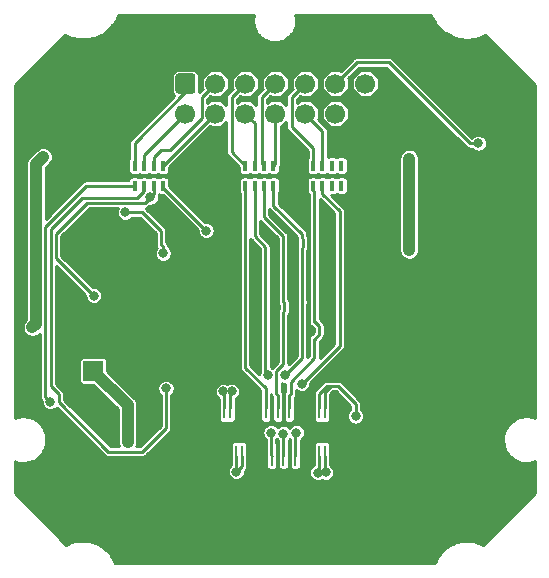
<source format=gbr>
%TF.GenerationSoftware,KiCad,Pcbnew,5.1.10-88a1d61d58~88~ubuntu20.04.1*%
%TF.CreationDate,2021-05-19T13:37:25+03:00*%
%TF.ProjectId,isc0901b0-breakout,69736330-3930-4316-9230-2d627265616b,rev2*%
%TF.SameCoordinates,Original*%
%TF.FileFunction,Copper,L1,Top*%
%TF.FilePolarity,Positive*%
%FSLAX46Y46*%
G04 Gerber Fmt 4.6, Leading zero omitted, Abs format (unit mm)*
G04 Created by KiCad (PCBNEW 5.1.10-88a1d61d58~88~ubuntu20.04.1) date 2021-05-19 13:37:25*
%MOMM*%
%LPD*%
G01*
G04 APERTURE LIST*
%TA.AperFunction,ComponentPad*%
%ADD10C,1.700000*%
%TD*%
%TA.AperFunction,SMDPad,CuDef*%
%ADD11R,0.400000X0.900000*%
%TD*%
%TA.AperFunction,ComponentPad*%
%ADD12O,1.700000X1.700000*%
%TD*%
%TA.AperFunction,ComponentPad*%
%ADD13R,1.700000X1.700000*%
%TD*%
%TA.AperFunction,SMDPad,CuDef*%
%ADD14R,0.250000X1.800000*%
%TD*%
%TA.AperFunction,ViaPad*%
%ADD15C,0.800000*%
%TD*%
%TA.AperFunction,Conductor*%
%ADD16C,0.250000*%
%TD*%
%TA.AperFunction,Conductor*%
%ADD17C,1.000000*%
%TD*%
%TA.AperFunction,Conductor*%
%ADD18C,0.254000*%
%TD*%
%TA.AperFunction,Conductor*%
%ADD19C,0.100000*%
%TD*%
G04 APERTURE END LIST*
D10*
%TO.P,J4,14*%
%TO.N,GND*%
X74240000Y-101140000D03*
%TO.P,J4,12*%
%TO.N,/SHUTTER*%
X71700000Y-101140000D03*
%TO.P,J4,10*%
%TO.N,Net-(J4-Pad10)*%
X69160000Y-101140000D03*
%TO.P,J4,8*%
%TO.N,Net-(J4-Pad8)*%
X66620000Y-101140000D03*
%TO.P,J4,6*%
%TO.N,Net-(J4-Pad6)*%
X64080000Y-101140000D03*
%TO.P,J4,4*%
%TO.N,Net-(J4-Pad4)*%
X61540000Y-101140000D03*
%TO.P,J4,2*%
%TO.N,Net-(J4-Pad2)*%
X59000000Y-101140000D03*
%TO.P,J4,13*%
%TO.N,+5V*%
X74240000Y-98600000D03*
%TO.P,J4,11*%
%TO.N,Net-(J4-Pad11)*%
X71700000Y-98600000D03*
%TO.P,J4,9*%
%TO.N,Net-(J4-Pad9)*%
X69160000Y-98600000D03*
%TO.P,J4,7*%
%TO.N,Net-(J4-Pad7)*%
X66620000Y-98600000D03*
%TO.P,J4,5*%
%TO.N,Net-(J4-Pad5)*%
X64080000Y-98600000D03*
%TO.P,J4,3*%
%TO.N,Net-(J4-Pad3)*%
X61540000Y-98600000D03*
%TO.P,J4,1*%
%TO.N,Net-(J4-Pad1)*%
%TA.AperFunction,ComponentPad*%
G36*
G01*
X58400000Y-97750000D02*
X59600000Y-97750000D01*
G75*
G02*
X59850000Y-98000000I0J-250000D01*
G01*
X59850000Y-99200000D01*
G75*
G02*
X59600000Y-99450000I-250000J0D01*
G01*
X58400000Y-99450000D01*
G75*
G02*
X58150000Y-99200000I0J250000D01*
G01*
X58150000Y-98000000D01*
G75*
G02*
X58400000Y-97750000I250000J0D01*
G01*
G37*
%TD.AperFunction*%
%TD*%
D11*
%TO.P,RN3,5*%
%TO.N,N/C*%
X72200000Y-105550000D03*
%TO.P,RN3,6*%
X71400000Y-105550000D03*
%TO.P,RN3,7*%
%TO.N,Net-(J4-Pad10)*%
X70600000Y-105550000D03*
%TO.P,RN3,8*%
%TO.N,Net-(J4-Pad9)*%
X69800000Y-105550000D03*
%TO.P,RN3,4*%
%TO.N,N/C*%
X72200000Y-107250000D03*
%TO.P,RN3,1*%
%TO.N,/CMD*%
X69800000Y-107250000D03*
%TO.P,RN3,3*%
%TO.N,N/C*%
X71400000Y-107250000D03*
%TO.P,RN3,2*%
%TO.N,/ENA*%
X70600000Y-107250000D03*
%TD*%
%TO.P,RN2,5*%
%TO.N,Net-(J4-Pad8)*%
X66450000Y-105550000D03*
%TO.P,RN2,6*%
%TO.N,Net-(J4-Pad7)*%
X65650000Y-105550000D03*
%TO.P,RN2,7*%
%TO.N,Net-(J4-Pad6)*%
X64850000Y-105550000D03*
%TO.P,RN2,8*%
%TO.N,Net-(J4-Pad5)*%
X64050000Y-105550000D03*
%TO.P,RN2,4*%
%TO.N,/DATA_ODD*%
X66450000Y-107250000D03*
%TO.P,RN2,1*%
%TO.N,/CLK*%
X64050000Y-107250000D03*
%TO.P,RN2,3*%
%TO.N,/DATA_EVEN*%
X65650000Y-107250000D03*
%TO.P,RN2,2*%
%TO.N,/BIAS*%
X64850000Y-107250000D03*
%TD*%
%TO.P,RN1,5*%
%TO.N,Net-(J4-Pad4)*%
X57100000Y-105550000D03*
%TO.P,RN1,6*%
%TO.N,Net-(J4-Pad3)*%
X56300000Y-105550000D03*
%TO.P,RN1,7*%
%TO.N,Net-(J4-Pad2)*%
X55500000Y-105550000D03*
%TO.P,RN1,8*%
%TO.N,Net-(J4-Pad1)*%
X54700000Y-105550000D03*
%TO.P,RN1,4*%
%TO.N,/BIAS_9V0*%
X57100000Y-107250000D03*
%TO.P,RN1,1*%
%TO.N,/3V3_EN*%
X54700000Y-107250000D03*
%TO.P,RN1,3*%
%TO.N,/BOOST_EN*%
X56300000Y-107250000D03*
%TO.P,RN1,2*%
%TO.N,/2V5_EN*%
X55500000Y-107250000D03*
%TD*%
D12*
%TO.P,J3,2*%
%TO.N,GND*%
X51200000Y-125490000D03*
D13*
%TO.P,J3,1*%
%TO.N,+5V*%
X51200000Y-122950000D03*
%TD*%
D14*
%TO.P,J2,40*%
%TO.N,GND*%
X71300000Y-126100000D03*
%TO.P,J2,39*%
%TO.N,/VCC_SYS*%
X70800000Y-126100000D03*
%TO.P,J2,38*%
X70300000Y-126100000D03*
%TO.P,J2,37*%
%TO.N,GND*%
X69800000Y-126100000D03*
%TO.P,J2,36*%
X69300000Y-126100000D03*
%TO.P,J2,35*%
X68800000Y-126100000D03*
%TO.P,J2,34*%
X68300000Y-126100000D03*
%TO.P,J2,33*%
%TO.N,/CMD*%
X67800000Y-126100000D03*
%TO.P,J2,32*%
%TO.N,GND*%
X67300000Y-126100000D03*
%TO.P,J2,31*%
%TO.N,/DATA_EVEN*%
X66800000Y-126100000D03*
%TO.P,J2,30*%
%TO.N,GND*%
X66300000Y-126100000D03*
%TO.P,J2,29*%
%TO.N,/CLK*%
X65800000Y-126100000D03*
%TO.P,J2,28*%
%TO.N,GND*%
X65300000Y-126100000D03*
%TO.P,J2,27*%
X64800000Y-126100000D03*
%TO.P,J2,26*%
X64300000Y-126100000D03*
%TO.P,J2,25*%
X63800000Y-126100000D03*
%TO.P,J2,24*%
X63300000Y-126100000D03*
%TO.P,J2,23*%
%TO.N,VCCQ*%
X62800000Y-126100000D03*
%TO.P,J2,22*%
X62300000Y-126100000D03*
%TO.P,J2,21*%
%TO.N,GND*%
X61800000Y-126100000D03*
%TO.P,J2,20*%
X61800000Y-130100000D03*
%TO.P,J2,19*%
X62300000Y-130100000D03*
%TO.P,J2,18*%
X62800000Y-130100000D03*
%TO.P,J2,17*%
%TO.N,VCC*%
X63300000Y-130100000D03*
%TO.P,J2,16*%
X63800000Y-130100000D03*
%TO.P,J2,15*%
%TO.N,GND*%
X64300000Y-130100000D03*
%TO.P,J2,14*%
X64800000Y-130100000D03*
%TO.P,J2,13*%
X65300000Y-130100000D03*
%TO.P,J2,12*%
X65800000Y-130100000D03*
%TO.P,J2,11*%
%TO.N,/BIAS*%
X66300000Y-130100000D03*
%TO.P,J2,10*%
%TO.N,GND*%
X66800000Y-130100000D03*
%TO.P,J2,9*%
%TO.N,/DATA_ODD*%
X67300000Y-130100000D03*
%TO.P,J2,8*%
%TO.N,GND*%
X67800000Y-130100000D03*
%TO.P,J2,7*%
%TO.N,/ENA*%
X68300000Y-130100000D03*
%TO.P,J2,6*%
%TO.N,GND*%
X68800000Y-130100000D03*
%TO.P,J2,5*%
X69300000Y-130100000D03*
%TO.P,J2,4*%
X69800000Y-130100000D03*
%TO.P,J2,3*%
%TO.N,VAA*%
X70300000Y-130100000D03*
%TO.P,J2,2*%
X70800000Y-130100000D03*
%TO.P,J2,1*%
%TO.N,GND*%
X71300000Y-130100000D03*
%TD*%
D15*
%TO.N,GND*%
X56200000Y-112400000D03*
X55100000Y-112400000D03*
X55100000Y-111500000D03*
X51200000Y-125490000D03*
X49800000Y-112100000D03*
X49400000Y-113500000D03*
X51300000Y-115400000D03*
X56200000Y-111500000D03*
X58200000Y-112000000D03*
X55850000Y-115900000D03*
X58200000Y-116500000D03*
X60000000Y-118500000D03*
X54000000Y-119000000D03*
X54775312Y-120441882D03*
X74950000Y-125650000D03*
X69750000Y-134850000D03*
X71350000Y-134900000D03*
X64300000Y-135050000D03*
X62750000Y-135000000D03*
X71250000Y-119550000D03*
X69600000Y-119500000D03*
X63300000Y-119700000D03*
X64900000Y-121400000D03*
X64600000Y-124350000D03*
X68050000Y-118600000D03*
X66650000Y-117500000D03*
X64950000Y-113250000D03*
X48775032Y-112200000D03*
X81050000Y-105850000D03*
X71000000Y-110450000D03*
X68800000Y-109300000D03*
X68200000Y-112100000D03*
X65800000Y-111200000D03*
X62800000Y-111150000D03*
X61700000Y-121300000D03*
X63100000Y-113150000D03*
X63000000Y-121300000D03*
X50250000Y-103800000D03*
X56000000Y-98450000D03*
X47350000Y-101900000D03*
X53200000Y-95750000D03*
X61600000Y-94000000D03*
X73200000Y-93900000D03*
X79600000Y-95600000D03*
X83100000Y-96850000D03*
X82950000Y-101100000D03*
X81400000Y-104050000D03*
X73650000Y-131800000D03*
X75450000Y-136050000D03*
X65700000Y-136650000D03*
X65650000Y-133600000D03*
X60300000Y-135400000D03*
X57500000Y-131850000D03*
X54450000Y-132500000D03*
X48450000Y-131650000D03*
X51950000Y-127750000D03*
X52250000Y-119500000D03*
X53450000Y-118150000D03*
X53300000Y-115250000D03*
X53350000Y-112550000D03*
%TO.N,VAA*%
X70193329Y-131536658D03*
X70862129Y-131511971D03*
%TO.N,VCC*%
X63303356Y-131465670D03*
%TO.N,VCCQ*%
X62900000Y-124650000D03*
X62214152Y-124674269D03*
%TO.N,+5V*%
X54100000Y-128950000D03*
X46950000Y-104800000D03*
X46050000Y-119250000D03*
X77950000Y-104950000D03*
X77950000Y-112700000D03*
%TO.N,Net-(C12-Pad1)*%
X57112489Y-112969604D03*
X53900000Y-109500000D03*
%TO.N,/VCC_SYS*%
X73400000Y-126750000D03*
%TO.N,/BIAS*%
X66250000Y-128150000D03*
X65974829Y-123298658D03*
%TO.N,/DATA_ODD*%
X67300000Y-128250000D03*
X67424840Y-123299840D03*
%TO.N,/ENA*%
X68850000Y-124000000D03*
X68400000Y-128150000D03*
%TO.N,/BIAS_9V0*%
X60750000Y-111050000D03*
%TO.N,/BOOST_EN*%
X51240000Y-116560000D03*
X56025000Y-108225000D03*
%TO.N,/3V3_EN*%
X47550000Y-125550000D03*
%TO.N,/2V5_EN*%
X57350000Y-124400000D03*
%TO.N,Net-(J4-Pad11)*%
X83800000Y-103650000D03*
%TD*%
D16*
%TO.N,VAA*%
X70300000Y-131429987D02*
X70193329Y-131536658D01*
X70300000Y-130100000D02*
X70300000Y-131429987D01*
X70800000Y-131449842D02*
X70862129Y-131511971D01*
X70800000Y-130100000D02*
X70800000Y-131449842D01*
%TO.N,VCC*%
X63300000Y-131462314D02*
X63303356Y-131465670D01*
X63300000Y-130100000D02*
X63300000Y-131462314D01*
X63800000Y-130969026D02*
X63303356Y-131465670D01*
X63800000Y-130100000D02*
X63800000Y-130969026D01*
%TO.N,VCCQ*%
X62800000Y-124740656D02*
X62835082Y-124705574D01*
X62800000Y-126100000D02*
X62800000Y-124740656D01*
X62300000Y-124760117D02*
X62214152Y-124674269D01*
X62300000Y-126100000D02*
X62300000Y-124760117D01*
D17*
%TO.N,+5V*%
X54100000Y-125850000D02*
X54100000Y-128950000D01*
X51200000Y-122950000D02*
X54100000Y-125850000D01*
X46324990Y-105425010D02*
X46324990Y-118550000D01*
X46950000Y-104800000D02*
X46324990Y-105425010D01*
X46324990Y-118975010D02*
X46050000Y-119250000D01*
X46324990Y-118550000D02*
X46324990Y-118975010D01*
X77950000Y-104950000D02*
X77950000Y-112700000D01*
D16*
%TO.N,Net-(C12-Pad1)*%
X56925001Y-112216431D02*
X56925001Y-111075001D01*
X57112489Y-112403919D02*
X56925001Y-112216431D01*
X57112489Y-112969604D02*
X57112489Y-112403919D01*
X55350000Y-109500000D02*
X53900000Y-109500000D01*
X56925001Y-111075001D02*
X55350000Y-109500000D01*
%TO.N,/VCC_SYS*%
X70300000Y-126100000D02*
X70300000Y-124900000D01*
X70300000Y-124900000D02*
X71000000Y-124200000D01*
X73400000Y-125700000D02*
X73400000Y-126750000D01*
X71900000Y-124200000D02*
X73400000Y-125700000D01*
X70800000Y-124700000D02*
X71300000Y-124200000D01*
X70800000Y-126100000D02*
X70800000Y-124700000D01*
X71300000Y-124200000D02*
X71900000Y-124200000D01*
X71000000Y-124200000D02*
X71300000Y-124200000D01*
%TO.N,/CMD*%
X67914999Y-124874999D02*
X67800000Y-124989998D01*
X67914999Y-123835001D02*
X67914999Y-124874999D01*
X69900000Y-121850000D02*
X67914999Y-123835001D01*
X69900000Y-120225001D02*
X69900000Y-121850000D01*
X69948001Y-120225001D02*
X69900000Y-120225001D01*
X70325001Y-119848001D02*
X69948001Y-120225001D01*
X70325001Y-119151999D02*
X70325001Y-119848001D01*
X69900000Y-118774999D02*
X69948001Y-118774999D01*
X69948001Y-118774999D02*
X70325001Y-119151999D01*
X69900000Y-107750000D02*
X69900000Y-118774999D01*
X69800000Y-107650000D02*
X69900000Y-107750000D01*
X67800000Y-124989998D02*
X67800000Y-126100000D01*
X69800000Y-107250000D02*
X69800000Y-107650000D01*
%TO.N,/DATA_EVEN*%
X66800000Y-124950000D02*
X66800000Y-126100000D01*
X66699839Y-124849839D02*
X66800000Y-124950000D01*
X66699839Y-122951839D02*
X66699839Y-124849839D01*
X67250000Y-122350000D02*
X67275839Y-122375839D01*
X67250000Y-117973002D02*
X67250000Y-122350000D01*
X67375001Y-117848001D02*
X67250000Y-117973002D01*
X67375001Y-117151999D02*
X67375001Y-117848001D01*
X67250000Y-117026998D02*
X67375001Y-117151999D01*
X67275839Y-122375839D02*
X66699839Y-122951839D01*
X67250000Y-111500000D02*
X67250000Y-117026998D01*
X65650000Y-109900000D02*
X67250000Y-111500000D01*
X65650000Y-107250000D02*
X65650000Y-109900000D01*
%TO.N,/CLK*%
X64050000Y-107250000D02*
X64050000Y-122650000D01*
X64050000Y-122650000D02*
X65800000Y-124400000D01*
X65800000Y-124400000D02*
X65800000Y-126100000D01*
%TO.N,/BIAS*%
X66250000Y-130050000D02*
X66300000Y-130100000D01*
X66250000Y-128150000D02*
X66250000Y-130050000D01*
X65800000Y-123123829D02*
X65974829Y-123298658D01*
X65750000Y-123073829D02*
X65974829Y-123298658D01*
X64900000Y-111550000D02*
X65750000Y-112400000D01*
X65750000Y-112400000D02*
X65750000Y-123073829D01*
X64900000Y-107300000D02*
X64900000Y-111550000D01*
X64850000Y-107250000D02*
X64900000Y-107300000D01*
%TO.N,/DATA_ODD*%
X67300000Y-128250000D02*
X67300000Y-130100000D01*
X68875001Y-112498001D02*
X68875001Y-117374999D01*
X68925001Y-112448001D02*
X68875001Y-112498001D01*
X68875001Y-111375001D02*
X68875001Y-111701999D01*
X68875001Y-111701999D02*
X68925001Y-111751999D01*
X66450000Y-108950000D02*
X68875001Y-111375001D01*
X68925001Y-111751999D02*
X68925001Y-112448001D01*
X66450000Y-107250000D02*
X66450000Y-108950000D01*
X68875001Y-117101997D02*
X68875001Y-117374999D01*
X68900000Y-117076998D02*
X68875001Y-117101997D01*
X68874999Y-121849681D02*
X67424840Y-123299840D01*
X68874999Y-117375001D02*
X68874999Y-121849681D01*
X68875001Y-117374999D02*
X68874999Y-117375001D01*
%TO.N,/ENA*%
X68300000Y-128250000D02*
X68300000Y-130100000D01*
X68400000Y-128150000D02*
X68300000Y-128250000D01*
X72050000Y-120800000D02*
X68850000Y-124000000D01*
X72050000Y-109400000D02*
X72050000Y-120800000D01*
X70600000Y-107950000D02*
X72050000Y-109400000D01*
X70600000Y-107250000D02*
X70600000Y-107950000D01*
%TO.N,/BIAS_9V0*%
X57200000Y-107500000D02*
X60750000Y-111050000D01*
%TO.N,/BOOST_EN*%
X56300000Y-107950000D02*
X56300000Y-107250000D01*
X50699999Y-108700001D02*
X55550000Y-108700000D01*
X48050022Y-111349978D02*
X50699999Y-108700001D01*
X48050022Y-113370022D02*
X48050022Y-111349978D01*
X55550000Y-108700000D02*
X56300000Y-107950000D01*
X51240000Y-116560000D02*
X48050022Y-113370022D01*
%TO.N,/3V3_EN*%
X50613590Y-107250000D02*
X47150000Y-110713590D01*
X54700000Y-107250000D02*
X50613590Y-107250000D01*
X47150000Y-110713590D02*
X47150000Y-125150000D01*
X47150000Y-125150000D02*
X47550000Y-125550000D01*
%TO.N,/2V5_EN*%
X55500000Y-107676998D02*
X55500000Y-107250000D01*
X54927008Y-108249990D02*
X55500000Y-107676998D01*
X50250010Y-108249990D02*
X54927008Y-108249990D01*
X47600011Y-124250011D02*
X47600011Y-110899989D01*
X57350000Y-124400000D02*
X57350000Y-127750000D01*
X57350000Y-127750000D02*
X55324990Y-129775010D01*
X48275001Y-124925001D02*
X47600011Y-124250011D01*
X48275001Y-125575001D02*
X48275001Y-124925001D01*
X47600011Y-110899989D02*
X50250010Y-108249990D01*
X52475010Y-129775010D02*
X48275001Y-125575001D01*
X55324990Y-129775010D02*
X52475010Y-129775010D01*
%TO.N,Net-(J4-Pad10)*%
X70600000Y-102580000D02*
X70600000Y-105550000D01*
X69160000Y-101140000D02*
X70600000Y-102580000D01*
%TO.N,Net-(J4-Pad8)*%
X66620000Y-105380000D02*
X66450000Y-105550000D01*
X66620000Y-101140000D02*
X66620000Y-105380000D01*
%TO.N,Net-(J4-Pad6)*%
X64850000Y-101910000D02*
X64850000Y-105550000D01*
X64080000Y-101140000D02*
X64850000Y-101910000D01*
%TO.N,Net-(J4-Pad4)*%
X57130000Y-105550000D02*
X57100000Y-105550000D01*
X61540000Y-101140000D02*
X57130000Y-105550000D01*
%TO.N,Net-(J4-Pad2)*%
X55500000Y-104640000D02*
X55500000Y-105550000D01*
X59000000Y-101140000D02*
X55500000Y-104640000D01*
%TO.N,Net-(J4-Pad11)*%
X71700000Y-98600000D02*
X73500000Y-96800000D01*
X73500000Y-96800000D02*
X76200000Y-96800000D01*
X83050000Y-103650000D02*
X83800000Y-103650000D01*
X76200000Y-96800000D02*
X83050000Y-103650000D01*
%TO.N,Net-(J4-Pad9)*%
X67984999Y-99775001D02*
X67984999Y-102284999D01*
X69160000Y-98600000D02*
X67984999Y-99775001D01*
X69800000Y-104100000D02*
X69800000Y-105550000D01*
X67984999Y-102284999D02*
X69800000Y-104100000D01*
%TO.N,Net-(J4-Pad7)*%
X65444999Y-105344999D02*
X65650000Y-105550000D01*
X65444999Y-99775001D02*
X65444999Y-105344999D01*
X66620000Y-98600000D02*
X65444999Y-99775001D01*
%TO.N,Net-(J4-Pad5)*%
X62904999Y-104404999D02*
X64050000Y-105550000D01*
X62904999Y-99775001D02*
X62904999Y-104404999D01*
X64080000Y-98600000D02*
X62904999Y-99775001D01*
%TO.N,Net-(J4-Pad3)*%
X60364999Y-101514003D02*
X57679002Y-104200000D01*
X60364999Y-99775001D02*
X60364999Y-101514003D01*
X61540000Y-98600000D02*
X60364999Y-99775001D01*
X56300000Y-104850000D02*
X56300000Y-105550000D01*
X56950000Y-104200000D02*
X56300000Y-104850000D01*
X57679002Y-104200000D02*
X56950000Y-104200000D01*
%TO.N,Net-(J4-Pad1)*%
X54700000Y-103600000D02*
X54700000Y-105550000D01*
X59000000Y-99300000D02*
X54700000Y-103600000D01*
X59000000Y-98600000D02*
X59000000Y-99300000D01*
%TD*%
D18*
%TO.N,GND*%
X79794696Y-92826982D02*
X79797943Y-92836129D01*
X79810479Y-92862835D01*
X79821461Y-92890203D01*
X79824248Y-92895474D01*
X80088587Y-93387132D01*
X80110159Y-93419276D01*
X80131268Y-93451701D01*
X80135025Y-93456330D01*
X80489828Y-93887281D01*
X80517239Y-93914630D01*
X80544237Y-93942330D01*
X80548822Y-93946142D01*
X80980573Y-94299971D01*
X81012745Y-94321456D01*
X81044638Y-94343404D01*
X81049876Y-94346252D01*
X81542130Y-94609481D01*
X81577890Y-94624319D01*
X81613411Y-94639643D01*
X81619103Y-94641420D01*
X82153109Y-94804023D01*
X82191100Y-94811639D01*
X82228891Y-94819765D01*
X82234808Y-94820401D01*
X82234819Y-94820403D01*
X82234829Y-94820403D01*
X82790238Y-94876187D01*
X82828947Y-94876279D01*
X82867637Y-94876910D01*
X82873576Y-94876384D01*
X83429254Y-94823223D01*
X83467247Y-94815794D01*
X83505316Y-94808899D01*
X83511040Y-94807230D01*
X84045808Y-94647151D01*
X84081621Y-94632489D01*
X84117641Y-94618326D01*
X84122931Y-94615576D01*
X84337784Y-94501987D01*
X88584000Y-98748203D01*
X88583999Y-126900726D01*
X88569701Y-126894059D01*
X88533175Y-126881197D01*
X88496876Y-126867843D01*
X88491096Y-126866380D01*
X88195926Y-126793887D01*
X88157625Y-126788369D01*
X88119396Y-126782315D01*
X88113442Y-126782003D01*
X87809811Y-126768223D01*
X87771137Y-126770251D01*
X87732491Y-126771737D01*
X87726590Y-126772587D01*
X87426066Y-126818045D01*
X87388541Y-126827541D01*
X87350901Y-126836510D01*
X87345277Y-126838490D01*
X87059307Y-126941454D01*
X87024309Y-126958073D01*
X86989162Y-126974166D01*
X86984030Y-126977200D01*
X86723503Y-127133749D01*
X86692428Y-127156828D01*
X86661045Y-127179464D01*
X86656608Y-127183432D01*
X86656601Y-127183437D01*
X86656596Y-127183443D01*
X86431445Y-127387606D01*
X86405430Y-127416298D01*
X86379056Y-127444582D01*
X86375468Y-127449343D01*
X86194256Y-127693359D01*
X86174322Y-127726536D01*
X86153931Y-127759425D01*
X86151336Y-127764793D01*
X86020972Y-128039358D01*
X86007864Y-128075769D01*
X85994248Y-128111997D01*
X85992745Y-128117767D01*
X85918193Y-128412424D01*
X85912406Y-128450698D01*
X85906087Y-128488872D01*
X85905734Y-128494824D01*
X85889835Y-128798349D01*
X85891591Y-128837009D01*
X85892808Y-128875690D01*
X85893617Y-128881597D01*
X85936975Y-129182431D01*
X85946214Y-129220042D01*
X85954915Y-129257725D01*
X85956853Y-129263354D01*
X85956855Y-129263361D01*
X85956858Y-129263367D01*
X86057821Y-129550045D01*
X86074195Y-129585157D01*
X86090043Y-129620418D01*
X86093040Y-129625567D01*
X86093042Y-129625572D01*
X86093045Y-129625576D01*
X86247768Y-129887183D01*
X86270635Y-129918425D01*
X86293046Y-129949958D01*
X86296988Y-129954431D01*
X86499581Y-130181007D01*
X86528093Y-130207224D01*
X86556189Y-130233791D01*
X86560925Y-130237412D01*
X86803668Y-130420324D01*
X86836771Y-130440529D01*
X86869452Y-130461108D01*
X86874796Y-130463738D01*
X86874800Y-130463741D01*
X86874804Y-130463743D01*
X87148449Y-130596019D01*
X87184806Y-130609395D01*
X87220901Y-130623249D01*
X87226660Y-130624793D01*
X87520789Y-130701400D01*
X87559018Y-130707454D01*
X87597150Y-130714039D01*
X87603099Y-130714434D01*
X87906506Y-130732452D01*
X87945181Y-130730965D01*
X87983867Y-130730019D01*
X87989780Y-130729251D01*
X87989782Y-130729251D01*
X88290909Y-130687994D01*
X88328579Y-130679019D01*
X88366325Y-130670580D01*
X88371976Y-130668679D01*
X88584000Y-130595667D01*
X88583999Y-133251797D01*
X84204469Y-137631328D01*
X84130325Y-137588421D01*
X84098092Y-137573760D01*
X84066284Y-137558149D01*
X84060687Y-137556096D01*
X83598554Y-137390248D01*
X83560989Y-137380783D01*
X83523632Y-137370814D01*
X83517746Y-137369887D01*
X83517742Y-137369887D01*
X83032199Y-137296961D01*
X82993506Y-137294973D01*
X82954931Y-137292450D01*
X82948973Y-137292684D01*
X82458511Y-137315455D01*
X82420162Y-137321021D01*
X82381837Y-137326038D01*
X82376039Y-137327425D01*
X81899341Y-137445027D01*
X81862826Y-137457928D01*
X81826183Y-137470301D01*
X81820765Y-137472788D01*
X81375987Y-137680742D01*
X81342681Y-137700485D01*
X81309131Y-137719744D01*
X81304307Y-137723231D01*
X81304299Y-137723236D01*
X81304293Y-137723242D01*
X80908384Y-138013622D01*
X80879575Y-138039433D01*
X80850378Y-138064866D01*
X80846316Y-138069231D01*
X80514344Y-138430985D01*
X80491083Y-138461918D01*
X80467395Y-138492521D01*
X80464258Y-138497591D01*
X80208874Y-138916937D01*
X80192051Y-138951828D01*
X80174773Y-138986419D01*
X80172683Y-138991997D01*
X80172680Y-138992003D01*
X80172678Y-138992009D01*
X80106295Y-139173000D01*
X53020631Y-139173000D01*
X52984179Y-139068661D01*
X52969283Y-139036508D01*
X52955350Y-139003958D01*
X52952444Y-138998752D01*
X52710123Y-138571725D01*
X52687807Y-138540059D01*
X52665979Y-138508148D01*
X52662117Y-138503605D01*
X52341467Y-138131778D01*
X52313450Y-138105073D01*
X52285815Y-138077986D01*
X52281145Y-138074280D01*
X51894380Y-137771815D01*
X51861673Y-137751037D01*
X51829339Y-137729857D01*
X51824038Y-137727129D01*
X51385889Y-137505548D01*
X51349793Y-137491527D01*
X51313939Y-137477022D01*
X51308208Y-137475375D01*
X50835366Y-137343117D01*
X50797241Y-137336376D01*
X50759244Y-137329110D01*
X50753303Y-137328608D01*
X50263777Y-137290711D01*
X50225077Y-137291503D01*
X50186384Y-137291756D01*
X50180458Y-137292417D01*
X49692894Y-137350325D01*
X49655026Y-137358632D01*
X49617178Y-137366383D01*
X49611494Y-137368182D01*
X49144463Y-137519689D01*
X49108958Y-137535181D01*
X49073308Y-137550148D01*
X49068082Y-137553017D01*
X48921210Y-137635011D01*
X44537997Y-133251798D01*
X44537998Y-131394067D01*
X62576356Y-131394067D01*
X62576356Y-131537273D01*
X62604294Y-131677728D01*
X62659097Y-131810034D01*
X62738658Y-131929106D01*
X62839920Y-132030368D01*
X62958992Y-132109929D01*
X63091298Y-132164732D01*
X63231753Y-132192670D01*
X63374959Y-132192670D01*
X63515414Y-132164732D01*
X63647720Y-132109929D01*
X63766792Y-132030368D01*
X63868054Y-131929106D01*
X63947615Y-131810034D01*
X64002418Y-131677728D01*
X64030356Y-131537273D01*
X64030356Y-131465055D01*
X69466329Y-131465055D01*
X69466329Y-131608261D01*
X69494267Y-131748716D01*
X69549070Y-131881022D01*
X69628631Y-132000094D01*
X69729893Y-132101356D01*
X69848965Y-132180917D01*
X69981271Y-132235720D01*
X70121726Y-132263658D01*
X70264932Y-132263658D01*
X70405387Y-132235720D01*
X70537693Y-132180917D01*
X70552875Y-132170773D01*
X70650071Y-132211033D01*
X70790526Y-132238971D01*
X70933732Y-132238971D01*
X71074187Y-132211033D01*
X71206493Y-132156230D01*
X71325565Y-132076669D01*
X71426827Y-131975407D01*
X71506388Y-131856335D01*
X71561191Y-131724029D01*
X71589129Y-131583574D01*
X71589129Y-131440368D01*
X71561191Y-131299913D01*
X71506388Y-131167607D01*
X71426827Y-131048535D01*
X71325565Y-130947273D01*
X71253582Y-130899176D01*
X71253582Y-129200000D01*
X71247268Y-129135897D01*
X71228570Y-129074257D01*
X71198206Y-129017450D01*
X71157343Y-128967657D01*
X71107550Y-128926794D01*
X71050743Y-128896430D01*
X70989103Y-128877732D01*
X70925000Y-128871418D01*
X70675000Y-128871418D01*
X70610897Y-128877732D01*
X70550000Y-128896205D01*
X70489103Y-128877732D01*
X70425000Y-128871418D01*
X70175000Y-128871418D01*
X70110897Y-128877732D01*
X70049257Y-128896430D01*
X69992450Y-128926794D01*
X69942657Y-128967657D01*
X69901794Y-129017450D01*
X69871430Y-129074257D01*
X69852732Y-129135897D01*
X69846418Y-129200000D01*
X69846418Y-130894101D01*
X69729893Y-130971960D01*
X69628631Y-131073222D01*
X69549070Y-131192294D01*
X69494267Y-131324600D01*
X69466329Y-131465055D01*
X64030356Y-131465055D01*
X64030356Y-131394067D01*
X64027673Y-131380577D01*
X64103905Y-131304345D01*
X64121159Y-131290185D01*
X64177643Y-131221359D01*
X64219614Y-131142836D01*
X64219851Y-131142056D01*
X64228570Y-131125743D01*
X64247268Y-131064103D01*
X64253582Y-131000000D01*
X64253582Y-130975169D01*
X64254187Y-130969026D01*
X64253582Y-130962883D01*
X64253582Y-129200000D01*
X64247268Y-129135897D01*
X64228570Y-129074257D01*
X64198206Y-129017450D01*
X64157343Y-128967657D01*
X64107550Y-128926794D01*
X64050743Y-128896430D01*
X63989103Y-128877732D01*
X63925000Y-128871418D01*
X63675000Y-128871418D01*
X63610897Y-128877732D01*
X63550000Y-128896205D01*
X63489103Y-128877732D01*
X63425000Y-128871418D01*
X63175000Y-128871418D01*
X63110897Y-128877732D01*
X63049257Y-128896430D01*
X62992450Y-128926794D01*
X62942657Y-128967657D01*
X62901794Y-129017450D01*
X62871430Y-129074257D01*
X62852732Y-129135897D01*
X62846418Y-129200000D01*
X62846418Y-130896630D01*
X62839920Y-130900972D01*
X62738658Y-131002234D01*
X62659097Y-131121306D01*
X62604294Y-131253612D01*
X62576356Y-131394067D01*
X44537998Y-131394067D01*
X44537999Y-130599272D01*
X44552299Y-130605940D01*
X44588802Y-130618794D01*
X44625123Y-130632156D01*
X44630902Y-130633619D01*
X44926073Y-130706112D01*
X44964369Y-130711630D01*
X45002603Y-130717684D01*
X45008557Y-130717996D01*
X45312186Y-130731776D01*
X45350893Y-130729747D01*
X45389506Y-130728262D01*
X45395397Y-130727414D01*
X45395408Y-130727413D01*
X45395418Y-130727411D01*
X45695932Y-130681954D01*
X45733457Y-130672458D01*
X45771097Y-130663489D01*
X45776721Y-130661509D01*
X46062690Y-130558545D01*
X46097634Y-130541951D01*
X46132837Y-130525833D01*
X46137969Y-130522798D01*
X46398495Y-130366250D01*
X46429582Y-130343161D01*
X46460952Y-130320535D01*
X46465396Y-130316562D01*
X46690552Y-130112393D01*
X46716564Y-130083704D01*
X46742942Y-130055416D01*
X46746526Y-130050659D01*
X46746529Y-130050656D01*
X46746531Y-130050653D01*
X46927741Y-129806639D01*
X46947684Y-129773447D01*
X46968064Y-129740575D01*
X46970660Y-129735207D01*
X47101024Y-129460642D01*
X47114141Y-129424206D01*
X47127749Y-129388001D01*
X47129250Y-129382238D01*
X47129252Y-129382233D01*
X47129253Y-129382228D01*
X47203803Y-129087575D01*
X47209591Y-129049297D01*
X47215909Y-129011129D01*
X47216261Y-129005186D01*
X47216263Y-129005176D01*
X47216263Y-129005166D01*
X47232162Y-128701652D01*
X47230406Y-128663000D01*
X47229189Y-128624307D01*
X47228380Y-128618400D01*
X47185021Y-128317567D01*
X47175780Y-128279948D01*
X47167081Y-128242276D01*
X47165141Y-128236638D01*
X47064175Y-127949956D01*
X47047819Y-127914883D01*
X47031953Y-127879582D01*
X47028954Y-127874429D01*
X46874228Y-127612817D01*
X46851369Y-127581585D01*
X46828951Y-127550042D01*
X46825008Y-127545569D01*
X46622415Y-127318993D01*
X46593905Y-127292778D01*
X46565806Y-127266208D01*
X46561070Y-127262587D01*
X46318327Y-127079677D01*
X46285257Y-127059492D01*
X46252544Y-127038893D01*
X46247195Y-127036260D01*
X45973547Y-126903982D01*
X45937214Y-126890615D01*
X45901096Y-126876752D01*
X45895343Y-126875211D01*
X45895336Y-126875208D01*
X45895329Y-126875207D01*
X45601207Y-126798601D01*
X45562985Y-126792548D01*
X45524847Y-126785962D01*
X45518898Y-126785567D01*
X45215490Y-126767549D01*
X45176816Y-126769036D01*
X45138129Y-126769982D01*
X45132216Y-126770750D01*
X44831087Y-126812007D01*
X44793417Y-126820982D01*
X44755671Y-126829421D01*
X44750020Y-126831322D01*
X44537888Y-126904371D01*
X44536812Y-119250000D01*
X45219000Y-119250000D01*
X45234967Y-119412120D01*
X45282256Y-119568010D01*
X45359048Y-119711679D01*
X45462394Y-119837606D01*
X45588321Y-119940952D01*
X45731990Y-120017744D01*
X45887880Y-120065033D01*
X46050000Y-120081000D01*
X46212120Y-120065033D01*
X46368010Y-120017744D01*
X46511679Y-119940952D01*
X46606051Y-119863502D01*
X46698001Y-119771553D01*
X46698001Y-125127785D01*
X46695813Y-125150000D01*
X46704540Y-125238607D01*
X46730386Y-125323809D01*
X46764869Y-125388322D01*
X46772358Y-125402333D01*
X46825299Y-125466841D01*
X46823000Y-125478397D01*
X46823000Y-125621603D01*
X46850938Y-125762058D01*
X46905741Y-125894364D01*
X46985302Y-126013436D01*
X47086564Y-126114698D01*
X47205636Y-126194259D01*
X47337942Y-126249062D01*
X47478397Y-126277000D01*
X47621603Y-126277000D01*
X47762058Y-126249062D01*
X47894364Y-126194259D01*
X48013436Y-126114698D01*
X48094455Y-126033679D01*
X52139691Y-130078915D01*
X52153851Y-130096169D01*
X52222677Y-130152653D01*
X52289943Y-130188607D01*
X52301200Y-130194624D01*
X52386402Y-130220470D01*
X52475010Y-130229197D01*
X52497215Y-130227010D01*
X55302785Y-130227010D01*
X55324990Y-130229197D01*
X55347195Y-130227010D01*
X55413597Y-130220470D01*
X55498800Y-130194624D01*
X55577323Y-130152653D01*
X55646149Y-130096169D01*
X55660313Y-130078910D01*
X57653905Y-128085319D01*
X57662339Y-128078397D01*
X65523000Y-128078397D01*
X65523000Y-128221603D01*
X65550938Y-128362058D01*
X65605741Y-128494364D01*
X65685302Y-128613436D01*
X65786564Y-128714698D01*
X65798000Y-128722339D01*
X65798001Y-130027785D01*
X65795813Y-130050000D01*
X65804540Y-130138607D01*
X65830386Y-130223809D01*
X65846418Y-130253803D01*
X65846418Y-131000000D01*
X65852732Y-131064103D01*
X65871430Y-131125743D01*
X65901794Y-131182550D01*
X65942657Y-131232343D01*
X65992450Y-131273206D01*
X66049257Y-131303570D01*
X66110897Y-131322268D01*
X66175000Y-131328582D01*
X66425000Y-131328582D01*
X66489103Y-131322268D01*
X66550743Y-131303570D01*
X66607550Y-131273206D01*
X66657343Y-131232343D01*
X66698206Y-131182550D01*
X66728570Y-131125743D01*
X66747268Y-131064103D01*
X66753582Y-131000000D01*
X66753582Y-130106143D01*
X66754187Y-130100000D01*
X66753582Y-130093857D01*
X66753582Y-129200000D01*
X66747268Y-129135897D01*
X66728570Y-129074257D01*
X66702000Y-129024548D01*
X66702000Y-128722339D01*
X66713436Y-128714698D01*
X66727049Y-128701085D01*
X66735302Y-128713436D01*
X66836564Y-128814698D01*
X66848000Y-128822339D01*
X66848001Y-129183934D01*
X66846418Y-129200000D01*
X66846418Y-131000000D01*
X66852732Y-131064103D01*
X66871430Y-131125743D01*
X66901794Y-131182550D01*
X66942657Y-131232343D01*
X66992450Y-131273206D01*
X67049257Y-131303570D01*
X67110897Y-131322268D01*
X67175000Y-131328582D01*
X67425000Y-131328582D01*
X67489103Y-131322268D01*
X67550743Y-131303570D01*
X67607550Y-131273206D01*
X67657343Y-131232343D01*
X67698206Y-131182550D01*
X67728570Y-131125743D01*
X67747268Y-131064103D01*
X67753582Y-131000000D01*
X67753582Y-129200000D01*
X67752000Y-129183939D01*
X67752000Y-128822339D01*
X67763436Y-128814698D01*
X67848000Y-128730134D01*
X67848001Y-129183934D01*
X67846418Y-129200000D01*
X67846418Y-131000000D01*
X67852732Y-131064103D01*
X67871430Y-131125743D01*
X67901794Y-131182550D01*
X67942657Y-131232343D01*
X67992450Y-131273206D01*
X68049257Y-131303570D01*
X68110897Y-131322268D01*
X68175000Y-131328582D01*
X68425000Y-131328582D01*
X68489103Y-131322268D01*
X68550743Y-131303570D01*
X68607550Y-131273206D01*
X68657343Y-131232343D01*
X68698206Y-131182550D01*
X68728570Y-131125743D01*
X68747268Y-131064103D01*
X68753582Y-131000000D01*
X68753582Y-129200000D01*
X68752000Y-129183939D01*
X68752000Y-128789157D01*
X68863436Y-128714698D01*
X68964698Y-128613436D01*
X69044259Y-128494364D01*
X69099062Y-128362058D01*
X69127000Y-128221603D01*
X69127000Y-128078397D01*
X69099062Y-127937942D01*
X69044259Y-127805636D01*
X68964698Y-127686564D01*
X68863436Y-127585302D01*
X68744364Y-127505741D01*
X68612058Y-127450938D01*
X68471603Y-127423000D01*
X68328397Y-127423000D01*
X68187942Y-127450938D01*
X68055636Y-127505741D01*
X67936564Y-127585302D01*
X67835302Y-127686564D01*
X67807022Y-127728888D01*
X67763436Y-127685302D01*
X67644364Y-127605741D01*
X67512058Y-127550938D01*
X67371603Y-127523000D01*
X67228397Y-127523000D01*
X67087942Y-127550938D01*
X66955636Y-127605741D01*
X66836564Y-127685302D01*
X66822951Y-127698915D01*
X66814698Y-127686564D01*
X66713436Y-127585302D01*
X66594364Y-127505741D01*
X66462058Y-127450938D01*
X66321603Y-127423000D01*
X66178397Y-127423000D01*
X66037942Y-127450938D01*
X65905636Y-127505741D01*
X65786564Y-127585302D01*
X65685302Y-127686564D01*
X65605741Y-127805636D01*
X65550938Y-127937942D01*
X65523000Y-128078397D01*
X57662339Y-128078397D01*
X57671159Y-128071159D01*
X57727643Y-128002333D01*
X57769614Y-127923810D01*
X57776165Y-127902213D01*
X57795460Y-127838608D01*
X57804187Y-127750000D01*
X57802000Y-127727795D01*
X57802000Y-124972339D01*
X57813436Y-124964698D01*
X57914698Y-124863436D01*
X57994259Y-124744364D01*
X58049062Y-124612058D01*
X58050930Y-124602666D01*
X61487152Y-124602666D01*
X61487152Y-124745872D01*
X61515090Y-124886327D01*
X61569893Y-125018633D01*
X61649454Y-125137705D01*
X61750716Y-125238967D01*
X61846418Y-125302913D01*
X61846418Y-127000000D01*
X61852732Y-127064103D01*
X61871430Y-127125743D01*
X61901794Y-127182550D01*
X61942657Y-127232343D01*
X61992450Y-127273206D01*
X62049257Y-127303570D01*
X62110897Y-127322268D01*
X62175000Y-127328582D01*
X62425000Y-127328582D01*
X62489103Y-127322268D01*
X62550000Y-127303795D01*
X62610897Y-127322268D01*
X62675000Y-127328582D01*
X62925000Y-127328582D01*
X62989103Y-127322268D01*
X63050743Y-127303570D01*
X63107550Y-127273206D01*
X63157343Y-127232343D01*
X63198206Y-127182550D01*
X63228570Y-127125743D01*
X63247268Y-127064103D01*
X63253582Y-127000000D01*
X63253582Y-125288100D01*
X63363436Y-125214698D01*
X63464698Y-125113436D01*
X63544259Y-124994364D01*
X63599062Y-124862058D01*
X63627000Y-124721603D01*
X63627000Y-124578397D01*
X63599062Y-124437942D01*
X63544259Y-124305636D01*
X63464698Y-124186564D01*
X63363436Y-124085302D01*
X63244364Y-124005741D01*
X63112058Y-123950938D01*
X62971603Y-123923000D01*
X62828397Y-123923000D01*
X62687942Y-123950938D01*
X62555636Y-124005741D01*
X62534316Y-124019986D01*
X62426210Y-123975207D01*
X62285755Y-123947269D01*
X62142549Y-123947269D01*
X62002094Y-123975207D01*
X61869788Y-124030010D01*
X61750716Y-124109571D01*
X61649454Y-124210833D01*
X61569893Y-124329905D01*
X61515090Y-124462211D01*
X61487152Y-124602666D01*
X58050930Y-124602666D01*
X58077000Y-124471603D01*
X58077000Y-124328397D01*
X58049062Y-124187942D01*
X57994259Y-124055636D01*
X57914698Y-123936564D01*
X57813436Y-123835302D01*
X57694364Y-123755741D01*
X57562058Y-123700938D01*
X57421603Y-123673000D01*
X57278397Y-123673000D01*
X57137942Y-123700938D01*
X57005636Y-123755741D01*
X56886564Y-123835302D01*
X56785302Y-123936564D01*
X56705741Y-124055636D01*
X56650938Y-124187942D01*
X56623000Y-124328397D01*
X56623000Y-124471603D01*
X56650938Y-124612058D01*
X56705741Y-124744364D01*
X56785302Y-124863436D01*
X56886564Y-124964698D01*
X56898000Y-124972339D01*
X56898001Y-127562775D01*
X55137767Y-129323010D01*
X54838347Y-129323010D01*
X54867745Y-129268010D01*
X54915034Y-129112120D01*
X54927000Y-128990624D01*
X54927000Y-125890610D01*
X54931000Y-125849999D01*
X54927000Y-125809388D01*
X54927000Y-125809376D01*
X54915034Y-125687880D01*
X54867745Y-125531990D01*
X54790952Y-125388321D01*
X54790951Y-125388319D01*
X54713502Y-125293947D01*
X54713496Y-125293941D01*
X54687606Y-125262394D01*
X54656060Y-125236505D01*
X52378582Y-122959029D01*
X52378582Y-122100000D01*
X52372268Y-122035897D01*
X52353570Y-121974257D01*
X52323206Y-121917450D01*
X52282343Y-121867657D01*
X52232550Y-121826794D01*
X52175743Y-121796430D01*
X52114103Y-121777732D01*
X52050000Y-121771418D01*
X50350000Y-121771418D01*
X50285897Y-121777732D01*
X50224257Y-121796430D01*
X50167450Y-121826794D01*
X50117657Y-121867657D01*
X50076794Y-121917450D01*
X50046430Y-121974257D01*
X50027732Y-122035897D01*
X50021418Y-122100000D01*
X50021418Y-123800000D01*
X50027732Y-123864103D01*
X50046430Y-123925743D01*
X50076794Y-123982550D01*
X50117657Y-124032343D01*
X50167450Y-124073206D01*
X50224257Y-124103570D01*
X50285897Y-124122268D01*
X50350000Y-124128582D01*
X51209029Y-124128582D01*
X53273000Y-126192555D01*
X53273001Y-128990624D01*
X53284967Y-129112120D01*
X53332256Y-129268010D01*
X53361654Y-129323010D01*
X52662234Y-129323010D01*
X48727001Y-125387778D01*
X48727001Y-124947205D01*
X48729188Y-124925000D01*
X48720461Y-124836393D01*
X48694615Y-124751191D01*
X48686128Y-124735313D01*
X48652644Y-124672668D01*
X48596160Y-124603842D01*
X48578906Y-124589682D01*
X48052011Y-124062788D01*
X48052011Y-114011234D01*
X50515683Y-116474908D01*
X50513000Y-116488397D01*
X50513000Y-116631603D01*
X50540938Y-116772058D01*
X50595741Y-116904364D01*
X50675302Y-117023436D01*
X50776564Y-117124698D01*
X50895636Y-117204259D01*
X51027942Y-117259062D01*
X51168397Y-117287000D01*
X51311603Y-117287000D01*
X51452058Y-117259062D01*
X51584364Y-117204259D01*
X51703436Y-117124698D01*
X51804698Y-117023436D01*
X51884259Y-116904364D01*
X51939062Y-116772058D01*
X51967000Y-116631603D01*
X51967000Y-116488397D01*
X51939062Y-116347942D01*
X51884259Y-116215636D01*
X51804698Y-116096564D01*
X51703436Y-115995302D01*
X51584364Y-115915741D01*
X51452058Y-115860938D01*
X51311603Y-115833000D01*
X51168397Y-115833000D01*
X51154908Y-115835683D01*
X48502022Y-113182799D01*
X48502022Y-111537201D01*
X50887224Y-109152001D01*
X53258171Y-109152000D01*
X53255741Y-109155636D01*
X53200938Y-109287942D01*
X53173000Y-109428397D01*
X53173000Y-109571603D01*
X53200938Y-109712058D01*
X53255741Y-109844364D01*
X53335302Y-109963436D01*
X53436564Y-110064698D01*
X53555636Y-110144259D01*
X53687942Y-110199062D01*
X53828397Y-110227000D01*
X53971603Y-110227000D01*
X54112058Y-110199062D01*
X54244364Y-110144259D01*
X54363436Y-110064698D01*
X54464698Y-109963436D01*
X54472339Y-109952000D01*
X55162777Y-109952000D01*
X56473002Y-111262226D01*
X56473001Y-112194226D01*
X56470814Y-112216431D01*
X56479541Y-112305038D01*
X56485701Y-112325345D01*
X56505387Y-112390240D01*
X56547358Y-112468763D01*
X56564413Y-112489546D01*
X56547791Y-112506168D01*
X56468230Y-112625240D01*
X56413427Y-112757546D01*
X56385489Y-112898001D01*
X56385489Y-113041207D01*
X56413427Y-113181662D01*
X56468230Y-113313968D01*
X56547791Y-113433040D01*
X56649053Y-113534302D01*
X56768125Y-113613863D01*
X56900431Y-113668666D01*
X57040886Y-113696604D01*
X57184092Y-113696604D01*
X57324547Y-113668666D01*
X57456853Y-113613863D01*
X57575925Y-113534302D01*
X57677187Y-113433040D01*
X57756748Y-113313968D01*
X57811551Y-113181662D01*
X57839489Y-113041207D01*
X57839489Y-112898001D01*
X57811551Y-112757546D01*
X57756748Y-112625240D01*
X57677187Y-112506168D01*
X57575925Y-112404906D01*
X57566129Y-112398360D01*
X57557949Y-112315311D01*
X57532103Y-112230109D01*
X57503631Y-112176842D01*
X57490132Y-112151586D01*
X57433648Y-112082760D01*
X57416393Y-112068599D01*
X57377001Y-112029207D01*
X57377001Y-111097206D01*
X57379188Y-111075001D01*
X57370461Y-110986393D01*
X57344615Y-110901191D01*
X57302643Y-110822667D01*
X57246160Y-110753842D01*
X57228906Y-110739682D01*
X55685323Y-109196100D01*
X55671159Y-109178841D01*
X55631354Y-109146174D01*
X55638607Y-109145460D01*
X55723809Y-109119614D01*
X55802333Y-109077642D01*
X55871159Y-109021158D01*
X55885319Y-109003905D01*
X55939907Y-108949317D01*
X55953397Y-108952000D01*
X56096603Y-108952000D01*
X56237058Y-108924062D01*
X56369364Y-108869259D01*
X56488436Y-108789698D01*
X56589698Y-108688436D01*
X56669259Y-108569364D01*
X56724062Y-108437058D01*
X56752000Y-108296603D01*
X56752000Y-108153397D01*
X56735620Y-108071047D01*
X56745460Y-108038608D01*
X56750179Y-107990700D01*
X56774257Y-108003570D01*
X56835897Y-108022268D01*
X56900000Y-108028582D01*
X57089359Y-108028582D01*
X60025683Y-110964908D01*
X60023000Y-110978397D01*
X60023000Y-111121603D01*
X60050938Y-111262058D01*
X60105741Y-111394364D01*
X60185302Y-111513436D01*
X60286564Y-111614698D01*
X60405636Y-111694259D01*
X60537942Y-111749062D01*
X60678397Y-111777000D01*
X60821603Y-111777000D01*
X60962058Y-111749062D01*
X61094364Y-111694259D01*
X61213436Y-111614698D01*
X61314698Y-111513436D01*
X61394259Y-111394364D01*
X61449062Y-111262058D01*
X61477000Y-111121603D01*
X61477000Y-110978397D01*
X61449062Y-110837942D01*
X61394259Y-110705636D01*
X61314698Y-110586564D01*
X61213436Y-110485302D01*
X61094364Y-110405741D01*
X60962058Y-110350938D01*
X60821603Y-110323000D01*
X60678397Y-110323000D01*
X60664908Y-110325683D01*
X57628582Y-107289359D01*
X57628582Y-106800000D01*
X63521418Y-106800000D01*
X63521418Y-107700000D01*
X63527732Y-107764103D01*
X63546430Y-107825743D01*
X63576794Y-107882550D01*
X63598000Y-107908390D01*
X63598001Y-122627785D01*
X63595813Y-122650000D01*
X63604540Y-122738607D01*
X63630386Y-122823809D01*
X63651458Y-122863232D01*
X63672358Y-122902333D01*
X63728842Y-122971159D01*
X63746096Y-122985319D01*
X65348000Y-124587224D01*
X65348000Y-125183934D01*
X65346418Y-125200000D01*
X65346418Y-127000000D01*
X65352732Y-127064103D01*
X65371430Y-127125743D01*
X65401794Y-127182550D01*
X65442657Y-127232343D01*
X65492450Y-127273206D01*
X65549257Y-127303570D01*
X65610897Y-127322268D01*
X65675000Y-127328582D01*
X65925000Y-127328582D01*
X65989103Y-127322268D01*
X66050743Y-127303570D01*
X66107550Y-127273206D01*
X66157343Y-127232343D01*
X66198206Y-127182550D01*
X66228570Y-127125743D01*
X66247268Y-127064103D01*
X66253582Y-127000000D01*
X66253582Y-125200000D01*
X66252000Y-125183939D01*
X66252000Y-124914292D01*
X66254379Y-124938446D01*
X66280225Y-125023648D01*
X66309600Y-125078605D01*
X66322197Y-125102172D01*
X66348000Y-125133613D01*
X66348000Y-125183937D01*
X66346418Y-125200000D01*
X66346418Y-127000000D01*
X66352732Y-127064103D01*
X66371430Y-127125743D01*
X66401794Y-127182550D01*
X66442657Y-127232343D01*
X66492450Y-127273206D01*
X66549257Y-127303570D01*
X66610897Y-127322268D01*
X66675000Y-127328582D01*
X66925000Y-127328582D01*
X66989103Y-127322268D01*
X67050743Y-127303570D01*
X67107550Y-127273206D01*
X67157343Y-127232343D01*
X67198206Y-127182550D01*
X67228570Y-127125743D01*
X67247268Y-127064103D01*
X67253582Y-127000000D01*
X67253582Y-125200000D01*
X67252000Y-125183939D01*
X67252000Y-124972204D01*
X67254187Y-124949999D01*
X67245460Y-124861392D01*
X67230293Y-124811393D01*
X67219614Y-124776190D01*
X67177643Y-124697667D01*
X67151839Y-124666225D01*
X67151839Y-123973659D01*
X67212782Y-123998902D01*
X67353237Y-124026840D01*
X67462999Y-124026840D01*
X67463000Y-124688142D01*
X67422357Y-124737666D01*
X67381189Y-124814687D01*
X67380386Y-124816189D01*
X67354540Y-124901391D01*
X67345813Y-124989998D01*
X67348000Y-125012203D01*
X67348000Y-125183937D01*
X67346418Y-125200000D01*
X67346418Y-127000000D01*
X67352732Y-127064103D01*
X67371430Y-127125743D01*
X67401794Y-127182550D01*
X67442657Y-127232343D01*
X67492450Y-127273206D01*
X67549257Y-127303570D01*
X67610897Y-127322268D01*
X67675000Y-127328582D01*
X67925000Y-127328582D01*
X67989103Y-127322268D01*
X68050743Y-127303570D01*
X68107550Y-127273206D01*
X68157343Y-127232343D01*
X68198206Y-127182550D01*
X68228570Y-127125743D01*
X68247268Y-127064103D01*
X68253582Y-127000000D01*
X68253582Y-125200000D01*
X68252000Y-125183939D01*
X68252000Y-125176854D01*
X68292642Y-125127332D01*
X68334613Y-125048809D01*
X68353878Y-124985302D01*
X68360459Y-124963607D01*
X68366723Y-124900000D01*
X69845813Y-124900000D01*
X69848001Y-124922215D01*
X69848001Y-125183931D01*
X69846418Y-125200000D01*
X69846418Y-127000000D01*
X69852732Y-127064103D01*
X69871430Y-127125743D01*
X69901794Y-127182550D01*
X69942657Y-127232343D01*
X69992450Y-127273206D01*
X70049257Y-127303570D01*
X70110897Y-127322268D01*
X70175000Y-127328582D01*
X70425000Y-127328582D01*
X70489103Y-127322268D01*
X70550000Y-127303795D01*
X70610897Y-127322268D01*
X70675000Y-127328582D01*
X70925000Y-127328582D01*
X70989103Y-127322268D01*
X71050743Y-127303570D01*
X71107550Y-127273206D01*
X71157343Y-127232343D01*
X71198206Y-127182550D01*
X71228570Y-127125743D01*
X71247268Y-127064103D01*
X71253582Y-127000000D01*
X71253582Y-125200000D01*
X71252000Y-125183939D01*
X71252000Y-124887223D01*
X71487224Y-124652000D01*
X71712777Y-124652000D01*
X72948000Y-125887225D01*
X72948000Y-126177660D01*
X72936564Y-126185302D01*
X72835302Y-126286564D01*
X72755741Y-126405636D01*
X72700938Y-126537942D01*
X72673000Y-126678397D01*
X72673000Y-126821603D01*
X72700938Y-126962058D01*
X72755741Y-127094364D01*
X72835302Y-127213436D01*
X72936564Y-127314698D01*
X73055636Y-127394259D01*
X73187942Y-127449062D01*
X73328397Y-127477000D01*
X73471603Y-127477000D01*
X73612058Y-127449062D01*
X73744364Y-127394259D01*
X73863436Y-127314698D01*
X73964698Y-127213436D01*
X74044259Y-127094364D01*
X74099062Y-126962058D01*
X74127000Y-126821603D01*
X74127000Y-126678397D01*
X74099062Y-126537942D01*
X74044259Y-126405636D01*
X73964698Y-126286564D01*
X73863436Y-126185302D01*
X73852000Y-126177661D01*
X73852000Y-125722204D01*
X73854187Y-125699999D01*
X73845460Y-125611392D01*
X73839444Y-125591562D01*
X73819614Y-125526190D01*
X73777643Y-125447667D01*
X73721159Y-125378841D01*
X73703912Y-125364687D01*
X72235323Y-123896100D01*
X72221159Y-123878841D01*
X72152333Y-123822357D01*
X72073810Y-123780386D01*
X71988607Y-123754540D01*
X71922205Y-123748000D01*
X71900000Y-123745813D01*
X71877795Y-123748000D01*
X71322205Y-123748000D01*
X71300000Y-123745813D01*
X71277795Y-123748000D01*
X71022202Y-123748000D01*
X70999999Y-123745813D01*
X70977796Y-123748000D01*
X70977795Y-123748000D01*
X70911393Y-123754540D01*
X70826190Y-123780386D01*
X70747667Y-123822357D01*
X70678841Y-123878841D01*
X70664685Y-123896090D01*
X69996095Y-124564681D01*
X69978842Y-124578841D01*
X69937808Y-124628841D01*
X69922358Y-124647667D01*
X69880386Y-124726191D01*
X69854540Y-124811393D01*
X69845813Y-124900000D01*
X68366723Y-124900000D01*
X68369186Y-124875000D01*
X68366999Y-124852795D01*
X68366999Y-124545133D01*
X68386564Y-124564698D01*
X68505636Y-124644259D01*
X68637942Y-124699062D01*
X68778397Y-124727000D01*
X68921603Y-124727000D01*
X69062058Y-124699062D01*
X69194364Y-124644259D01*
X69313436Y-124564698D01*
X69414698Y-124463436D01*
X69494259Y-124344364D01*
X69549062Y-124212058D01*
X69577000Y-124071603D01*
X69577000Y-123928397D01*
X69574317Y-123914907D01*
X72353911Y-121135314D01*
X72371159Y-121121159D01*
X72427643Y-121052333D01*
X72469614Y-120973810D01*
X72495460Y-120888607D01*
X72502000Y-120822205D01*
X72504187Y-120800001D01*
X72502000Y-120777796D01*
X72502000Y-109422205D01*
X72504187Y-109400000D01*
X72495460Y-109311392D01*
X72469614Y-109226190D01*
X72444306Y-109178842D01*
X72427643Y-109147667D01*
X72371159Y-109078841D01*
X72353906Y-109064682D01*
X71317805Y-108028582D01*
X71600000Y-108028582D01*
X71664103Y-108022268D01*
X71725743Y-108003570D01*
X71782550Y-107973206D01*
X71800000Y-107958886D01*
X71817450Y-107973206D01*
X71874257Y-108003570D01*
X71935897Y-108022268D01*
X72000000Y-108028582D01*
X72400000Y-108028582D01*
X72464103Y-108022268D01*
X72525743Y-108003570D01*
X72582550Y-107973206D01*
X72632343Y-107932343D01*
X72673206Y-107882550D01*
X72703570Y-107825743D01*
X72722268Y-107764103D01*
X72728582Y-107700000D01*
X72728582Y-106800000D01*
X72722268Y-106735897D01*
X72703570Y-106674257D01*
X72673206Y-106617450D01*
X72632343Y-106567657D01*
X72582550Y-106526794D01*
X72525743Y-106496430D01*
X72464103Y-106477732D01*
X72400000Y-106471418D01*
X72000000Y-106471418D01*
X71935897Y-106477732D01*
X71874257Y-106496430D01*
X71817450Y-106526794D01*
X71800000Y-106541114D01*
X71782550Y-106526794D01*
X71725743Y-106496430D01*
X71664103Y-106477732D01*
X71600000Y-106471418D01*
X71200000Y-106471418D01*
X71135897Y-106477732D01*
X71074257Y-106496430D01*
X71017450Y-106526794D01*
X71000000Y-106541114D01*
X70982550Y-106526794D01*
X70925743Y-106496430D01*
X70864103Y-106477732D01*
X70800000Y-106471418D01*
X70400000Y-106471418D01*
X70335897Y-106477732D01*
X70274257Y-106496430D01*
X70217450Y-106526794D01*
X70200000Y-106541114D01*
X70182550Y-106526794D01*
X70125743Y-106496430D01*
X70064103Y-106477732D01*
X70000000Y-106471418D01*
X69600000Y-106471418D01*
X69535897Y-106477732D01*
X69474257Y-106496430D01*
X69417450Y-106526794D01*
X69367657Y-106567657D01*
X69326794Y-106617450D01*
X69296430Y-106674257D01*
X69277732Y-106735897D01*
X69271418Y-106800000D01*
X69271418Y-107700000D01*
X69277732Y-107764103D01*
X69296430Y-107825743D01*
X69326794Y-107882550D01*
X69367657Y-107932343D01*
X69417450Y-107973206D01*
X69448000Y-107989535D01*
X69448001Y-118752784D01*
X69445813Y-118774999D01*
X69454540Y-118863606D01*
X69480386Y-118948809D01*
X69522357Y-119027332D01*
X69578841Y-119096158D01*
X69647667Y-119152642D01*
X69726190Y-119194613D01*
X69729350Y-119195572D01*
X69873001Y-119339223D01*
X69873002Y-119660777D01*
X69729350Y-119804428D01*
X69726190Y-119805387D01*
X69647667Y-119847358D01*
X69578841Y-119903842D01*
X69522357Y-119972668D01*
X69480386Y-120051191D01*
X69454540Y-120136394D01*
X69445813Y-120225001D01*
X69448000Y-120247206D01*
X69448001Y-121662774D01*
X69326999Y-121783776D01*
X69326999Y-117397224D01*
X69327001Y-117397204D01*
X69329188Y-117374999D01*
X69327001Y-117352794D01*
X69327001Y-117226456D01*
X69345460Y-117165605D01*
X69354187Y-117076998D01*
X69345460Y-116988391D01*
X69327001Y-116927540D01*
X69327001Y-112654765D01*
X69344615Y-112621811D01*
X69370461Y-112536608D01*
X69377001Y-112470206D01*
X69379188Y-112448001D01*
X69377001Y-112425796D01*
X69377001Y-111774204D01*
X69379188Y-111751999D01*
X69370461Y-111663392D01*
X69344615Y-111578189D01*
X69327001Y-111545235D01*
X69327001Y-111397205D01*
X69329188Y-111375000D01*
X69320461Y-111286393D01*
X69312870Y-111261371D01*
X69294615Y-111201191D01*
X69252644Y-111122668D01*
X69196160Y-111053842D01*
X69178913Y-111039688D01*
X66902000Y-108762777D01*
X66902000Y-107908390D01*
X66923206Y-107882550D01*
X66953570Y-107825743D01*
X66972268Y-107764103D01*
X66978582Y-107700000D01*
X66978582Y-106800000D01*
X66972268Y-106735897D01*
X66953570Y-106674257D01*
X66923206Y-106617450D01*
X66882343Y-106567657D01*
X66832550Y-106526794D01*
X66775743Y-106496430D01*
X66714103Y-106477732D01*
X66650000Y-106471418D01*
X66250000Y-106471418D01*
X66185897Y-106477732D01*
X66124257Y-106496430D01*
X66067450Y-106526794D01*
X66050000Y-106541114D01*
X66032550Y-106526794D01*
X65975743Y-106496430D01*
X65914103Y-106477732D01*
X65850000Y-106471418D01*
X65450000Y-106471418D01*
X65385897Y-106477732D01*
X65324257Y-106496430D01*
X65267450Y-106526794D01*
X65250000Y-106541114D01*
X65232550Y-106526794D01*
X65175743Y-106496430D01*
X65114103Y-106477732D01*
X65050000Y-106471418D01*
X64650000Y-106471418D01*
X64585897Y-106477732D01*
X64524257Y-106496430D01*
X64467450Y-106526794D01*
X64450000Y-106541114D01*
X64432550Y-106526794D01*
X64375743Y-106496430D01*
X64314103Y-106477732D01*
X64250000Y-106471418D01*
X63850000Y-106471418D01*
X63785897Y-106477732D01*
X63724257Y-106496430D01*
X63667450Y-106526794D01*
X63617657Y-106567657D01*
X63576794Y-106617450D01*
X63546430Y-106674257D01*
X63527732Y-106735897D01*
X63521418Y-106800000D01*
X57628582Y-106800000D01*
X57622268Y-106735897D01*
X57603570Y-106674257D01*
X57573206Y-106617450D01*
X57532343Y-106567657D01*
X57482550Y-106526794D01*
X57425743Y-106496430D01*
X57364103Y-106477732D01*
X57300000Y-106471418D01*
X56900000Y-106471418D01*
X56835897Y-106477732D01*
X56774257Y-106496430D01*
X56717450Y-106526794D01*
X56700000Y-106541114D01*
X56682550Y-106526794D01*
X56625743Y-106496430D01*
X56564103Y-106477732D01*
X56500000Y-106471418D01*
X56100000Y-106471418D01*
X56035897Y-106477732D01*
X55974257Y-106496430D01*
X55917450Y-106526794D01*
X55900000Y-106541114D01*
X55882550Y-106526794D01*
X55825743Y-106496430D01*
X55764103Y-106477732D01*
X55700000Y-106471418D01*
X55300000Y-106471418D01*
X55235897Y-106477732D01*
X55174257Y-106496430D01*
X55117450Y-106526794D01*
X55100000Y-106541114D01*
X55082550Y-106526794D01*
X55025743Y-106496430D01*
X54964103Y-106477732D01*
X54900000Y-106471418D01*
X54500000Y-106471418D01*
X54435897Y-106477732D01*
X54374257Y-106496430D01*
X54317450Y-106526794D01*
X54267657Y-106567657D01*
X54226794Y-106617450D01*
X54196430Y-106674257D01*
X54177732Y-106735897D01*
X54171615Y-106798000D01*
X50635795Y-106798000D01*
X50613590Y-106795813D01*
X50524982Y-106804540D01*
X50439780Y-106830386D01*
X50361257Y-106872357D01*
X50292431Y-106928841D01*
X50278271Y-106946095D01*
X47151990Y-110072377D01*
X47151990Y-105767564D01*
X47563503Y-105356052D01*
X47640952Y-105261680D01*
X47717744Y-105118011D01*
X47723207Y-105100000D01*
X54171418Y-105100000D01*
X54171418Y-106000000D01*
X54177732Y-106064103D01*
X54196430Y-106125743D01*
X54226794Y-106182550D01*
X54267657Y-106232343D01*
X54317450Y-106273206D01*
X54374257Y-106303570D01*
X54435897Y-106322268D01*
X54500000Y-106328582D01*
X54900000Y-106328582D01*
X54964103Y-106322268D01*
X55025743Y-106303570D01*
X55082550Y-106273206D01*
X55100000Y-106258886D01*
X55117450Y-106273206D01*
X55174257Y-106303570D01*
X55235897Y-106322268D01*
X55300000Y-106328582D01*
X55700000Y-106328582D01*
X55764103Y-106322268D01*
X55825743Y-106303570D01*
X55882550Y-106273206D01*
X55900000Y-106258886D01*
X55917450Y-106273206D01*
X55974257Y-106303570D01*
X56035897Y-106322268D01*
X56100000Y-106328582D01*
X56500000Y-106328582D01*
X56564103Y-106322268D01*
X56625743Y-106303570D01*
X56682550Y-106273206D01*
X56700000Y-106258886D01*
X56717450Y-106273206D01*
X56774257Y-106303570D01*
X56835897Y-106322268D01*
X56900000Y-106328582D01*
X57300000Y-106328582D01*
X57364103Y-106322268D01*
X57425743Y-106303570D01*
X57482550Y-106273206D01*
X57532343Y-106232343D01*
X57573206Y-106182550D01*
X57603570Y-106125743D01*
X57622268Y-106064103D01*
X57628582Y-106000000D01*
X57628582Y-105690641D01*
X61091162Y-102228061D01*
X61196682Y-102271769D01*
X61424076Y-102317000D01*
X61655924Y-102317000D01*
X61883318Y-102271769D01*
X62097519Y-102183044D01*
X62290294Y-102054236D01*
X62452999Y-101891531D01*
X62453000Y-104382784D01*
X62450812Y-104404999D01*
X62459539Y-104493606D01*
X62485385Y-104578808D01*
X62513812Y-104631991D01*
X62527357Y-104657332D01*
X62583841Y-104726158D01*
X62601095Y-104740318D01*
X63521418Y-105660642D01*
X63521418Y-106000000D01*
X63527732Y-106064103D01*
X63546430Y-106125743D01*
X63576794Y-106182550D01*
X63617657Y-106232343D01*
X63667450Y-106273206D01*
X63724257Y-106303570D01*
X63785897Y-106322268D01*
X63850000Y-106328582D01*
X64250000Y-106328582D01*
X64314103Y-106322268D01*
X64375743Y-106303570D01*
X64432550Y-106273206D01*
X64450000Y-106258886D01*
X64467450Y-106273206D01*
X64524257Y-106303570D01*
X64585897Y-106322268D01*
X64650000Y-106328582D01*
X65050000Y-106328582D01*
X65114103Y-106322268D01*
X65175743Y-106303570D01*
X65232550Y-106273206D01*
X65250000Y-106258886D01*
X65267450Y-106273206D01*
X65324257Y-106303570D01*
X65385897Y-106322268D01*
X65450000Y-106328582D01*
X65850000Y-106328582D01*
X65914103Y-106322268D01*
X65975743Y-106303570D01*
X66032550Y-106273206D01*
X66050000Y-106258886D01*
X66067450Y-106273206D01*
X66124257Y-106303570D01*
X66185897Y-106322268D01*
X66250000Y-106328582D01*
X66650000Y-106328582D01*
X66714103Y-106322268D01*
X66775743Y-106303570D01*
X66832550Y-106273206D01*
X66882343Y-106232343D01*
X66923206Y-106182550D01*
X66953570Y-106125743D01*
X66972268Y-106064103D01*
X66978582Y-106000000D01*
X66978582Y-105655559D01*
X66997643Y-105632333D01*
X67039614Y-105553810D01*
X67065460Y-105468607D01*
X67072000Y-105402205D01*
X67074187Y-105380001D01*
X67072000Y-105357796D01*
X67072000Y-102226751D01*
X67177519Y-102183044D01*
X67370294Y-102054236D01*
X67533000Y-101891530D01*
X67533000Y-102262784D01*
X67530812Y-102284999D01*
X67539539Y-102373606D01*
X67565385Y-102458808D01*
X67565386Y-102458809D01*
X67607357Y-102537332D01*
X67663841Y-102606158D01*
X67681095Y-102620318D01*
X69348000Y-104287224D01*
X69348001Y-104891609D01*
X69326794Y-104917450D01*
X69296430Y-104974257D01*
X69277732Y-105035897D01*
X69271418Y-105100000D01*
X69271418Y-106000000D01*
X69277732Y-106064103D01*
X69296430Y-106125743D01*
X69326794Y-106182550D01*
X69367657Y-106232343D01*
X69417450Y-106273206D01*
X69474257Y-106303570D01*
X69535897Y-106322268D01*
X69600000Y-106328582D01*
X70000000Y-106328582D01*
X70064103Y-106322268D01*
X70125743Y-106303570D01*
X70182550Y-106273206D01*
X70200000Y-106258886D01*
X70217450Y-106273206D01*
X70274257Y-106303570D01*
X70335897Y-106322268D01*
X70400000Y-106328582D01*
X70800000Y-106328582D01*
X70864103Y-106322268D01*
X70925743Y-106303570D01*
X70982550Y-106273206D01*
X71000000Y-106258886D01*
X71017450Y-106273206D01*
X71074257Y-106303570D01*
X71135897Y-106322268D01*
X71200000Y-106328582D01*
X71600000Y-106328582D01*
X71664103Y-106322268D01*
X71725743Y-106303570D01*
X71782550Y-106273206D01*
X71800000Y-106258886D01*
X71817450Y-106273206D01*
X71874257Y-106303570D01*
X71935897Y-106322268D01*
X72000000Y-106328582D01*
X72400000Y-106328582D01*
X72464103Y-106322268D01*
X72525743Y-106303570D01*
X72582550Y-106273206D01*
X72632343Y-106232343D01*
X72673206Y-106182550D01*
X72703570Y-106125743D01*
X72722268Y-106064103D01*
X72728582Y-106000000D01*
X72728582Y-105100000D01*
X72722268Y-105035897D01*
X72703570Y-104974257D01*
X72673206Y-104917450D01*
X72666581Y-104909377D01*
X77123000Y-104909377D01*
X77123001Y-112740624D01*
X77134967Y-112862120D01*
X77182256Y-113018010D01*
X77259049Y-113161679D01*
X77362395Y-113287606D01*
X77488322Y-113390952D01*
X77631991Y-113467745D01*
X77787881Y-113515034D01*
X77950000Y-113531001D01*
X78112120Y-113515034D01*
X78268010Y-113467745D01*
X78411679Y-113390952D01*
X78537606Y-113287606D01*
X78640952Y-113161679D01*
X78717745Y-113018010D01*
X78765034Y-112862120D01*
X78777000Y-112740624D01*
X78777000Y-104909376D01*
X78765034Y-104787880D01*
X78717745Y-104631990D01*
X78640952Y-104488321D01*
X78537606Y-104362394D01*
X78411678Y-104259048D01*
X78268009Y-104182255D01*
X78112119Y-104134966D01*
X77950000Y-104118999D01*
X77787880Y-104134966D01*
X77631990Y-104182255D01*
X77488321Y-104259048D01*
X77362394Y-104362394D01*
X77259048Y-104488322D01*
X77182255Y-104631991D01*
X77134966Y-104787881D01*
X77123000Y-104909377D01*
X72666581Y-104909377D01*
X72632343Y-104867657D01*
X72582550Y-104826794D01*
X72525743Y-104796430D01*
X72464103Y-104777732D01*
X72400000Y-104771418D01*
X72000000Y-104771418D01*
X71935897Y-104777732D01*
X71874257Y-104796430D01*
X71817450Y-104826794D01*
X71800000Y-104841114D01*
X71782550Y-104826794D01*
X71725743Y-104796430D01*
X71664103Y-104777732D01*
X71600000Y-104771418D01*
X71200000Y-104771418D01*
X71135897Y-104777732D01*
X71074257Y-104796430D01*
X71052000Y-104808327D01*
X71052000Y-102602205D01*
X71054187Y-102580000D01*
X71045460Y-102491392D01*
X71019614Y-102406190D01*
X70977643Y-102327667D01*
X70921159Y-102258841D01*
X70903906Y-102244682D01*
X70248061Y-101588838D01*
X70291769Y-101483318D01*
X70337000Y-101255924D01*
X70337000Y-101024076D01*
X70523000Y-101024076D01*
X70523000Y-101255924D01*
X70568231Y-101483318D01*
X70656956Y-101697519D01*
X70785764Y-101890294D01*
X70949706Y-102054236D01*
X71142481Y-102183044D01*
X71356682Y-102271769D01*
X71584076Y-102317000D01*
X71815924Y-102317000D01*
X72043318Y-102271769D01*
X72257519Y-102183044D01*
X72450294Y-102054236D01*
X72614236Y-101890294D01*
X72743044Y-101697519D01*
X72831769Y-101483318D01*
X72877000Y-101255924D01*
X72877000Y-101024076D01*
X72831769Y-100796682D01*
X72743044Y-100582481D01*
X72614236Y-100389706D01*
X72450294Y-100225764D01*
X72257519Y-100096956D01*
X72043318Y-100008231D01*
X71815924Y-99963000D01*
X71584076Y-99963000D01*
X71356682Y-100008231D01*
X71142481Y-100096956D01*
X70949706Y-100225764D01*
X70785764Y-100389706D01*
X70656956Y-100582481D01*
X70568231Y-100796682D01*
X70523000Y-101024076D01*
X70337000Y-101024076D01*
X70291769Y-100796682D01*
X70203044Y-100582481D01*
X70074236Y-100389706D01*
X69910294Y-100225764D01*
X69717519Y-100096956D01*
X69503318Y-100008231D01*
X69275924Y-99963000D01*
X69044076Y-99963000D01*
X68816682Y-100008231D01*
X68602481Y-100096956D01*
X68436999Y-100207527D01*
X68436999Y-99962224D01*
X68711162Y-99688061D01*
X68816682Y-99731769D01*
X69044076Y-99777000D01*
X69275924Y-99777000D01*
X69503318Y-99731769D01*
X69717519Y-99643044D01*
X69910294Y-99514236D01*
X70074236Y-99350294D01*
X70203044Y-99157519D01*
X70291769Y-98943318D01*
X70337000Y-98715924D01*
X70337000Y-98484076D01*
X70523000Y-98484076D01*
X70523000Y-98715924D01*
X70568231Y-98943318D01*
X70656956Y-99157519D01*
X70785764Y-99350294D01*
X70949706Y-99514236D01*
X71142481Y-99643044D01*
X71356682Y-99731769D01*
X71584076Y-99777000D01*
X71815924Y-99777000D01*
X72043318Y-99731769D01*
X72257519Y-99643044D01*
X72450294Y-99514236D01*
X72614236Y-99350294D01*
X72743044Y-99157519D01*
X72831769Y-98943318D01*
X72877000Y-98715924D01*
X72877000Y-98484076D01*
X73063000Y-98484076D01*
X73063000Y-98715924D01*
X73108231Y-98943318D01*
X73196956Y-99157519D01*
X73325764Y-99350294D01*
X73489706Y-99514236D01*
X73682481Y-99643044D01*
X73896682Y-99731769D01*
X74124076Y-99777000D01*
X74355924Y-99777000D01*
X74583318Y-99731769D01*
X74797519Y-99643044D01*
X74990294Y-99514236D01*
X75154236Y-99350294D01*
X75283044Y-99157519D01*
X75371769Y-98943318D01*
X75417000Y-98715924D01*
X75417000Y-98484076D01*
X75371769Y-98256682D01*
X75283044Y-98042481D01*
X75154236Y-97849706D01*
X74990294Y-97685764D01*
X74797519Y-97556956D01*
X74583318Y-97468231D01*
X74355924Y-97423000D01*
X74124076Y-97423000D01*
X73896682Y-97468231D01*
X73682481Y-97556956D01*
X73489706Y-97685764D01*
X73325764Y-97849706D01*
X73196956Y-98042481D01*
X73108231Y-98256682D01*
X73063000Y-98484076D01*
X72877000Y-98484076D01*
X72831769Y-98256682D01*
X72788061Y-98151162D01*
X73687225Y-97252000D01*
X76012777Y-97252000D01*
X82714681Y-103953905D01*
X82728841Y-103971159D01*
X82797667Y-104027643D01*
X82831001Y-104045460D01*
X82876190Y-104069614D01*
X82961392Y-104095460D01*
X83050000Y-104104187D01*
X83072205Y-104102000D01*
X83227661Y-104102000D01*
X83235302Y-104113436D01*
X83336564Y-104214698D01*
X83455636Y-104294259D01*
X83587942Y-104349062D01*
X83728397Y-104377000D01*
X83871603Y-104377000D01*
X84012058Y-104349062D01*
X84144364Y-104294259D01*
X84263436Y-104214698D01*
X84364698Y-104113436D01*
X84444259Y-103994364D01*
X84499062Y-103862058D01*
X84527000Y-103721603D01*
X84527000Y-103578397D01*
X84499062Y-103437942D01*
X84444259Y-103305636D01*
X84364698Y-103186564D01*
X84263436Y-103085302D01*
X84144364Y-103005741D01*
X84012058Y-102950938D01*
X83871603Y-102923000D01*
X83728397Y-102923000D01*
X83587942Y-102950938D01*
X83455636Y-103005741D01*
X83336564Y-103085302D01*
X83235302Y-103186564D01*
X83231491Y-103192267D01*
X76535323Y-96496100D01*
X76521159Y-96478841D01*
X76452333Y-96422357D01*
X76373810Y-96380386D01*
X76288607Y-96354540D01*
X76222205Y-96348000D01*
X76200000Y-96345813D01*
X76177795Y-96348000D01*
X73522204Y-96348000D01*
X73499999Y-96345813D01*
X73411392Y-96354540D01*
X73391562Y-96360556D01*
X73326190Y-96380386D01*
X73247667Y-96422357D01*
X73178841Y-96478841D01*
X73164686Y-96496090D01*
X72148838Y-97511939D01*
X72043318Y-97468231D01*
X71815924Y-97423000D01*
X71584076Y-97423000D01*
X71356682Y-97468231D01*
X71142481Y-97556956D01*
X70949706Y-97685764D01*
X70785764Y-97849706D01*
X70656956Y-98042481D01*
X70568231Y-98256682D01*
X70523000Y-98484076D01*
X70337000Y-98484076D01*
X70291769Y-98256682D01*
X70203044Y-98042481D01*
X70074236Y-97849706D01*
X69910294Y-97685764D01*
X69717519Y-97556956D01*
X69503318Y-97468231D01*
X69275924Y-97423000D01*
X69044076Y-97423000D01*
X68816682Y-97468231D01*
X68602481Y-97556956D01*
X68409706Y-97685764D01*
X68245764Y-97849706D01*
X68116956Y-98042481D01*
X68028231Y-98256682D01*
X67983000Y-98484076D01*
X67983000Y-98715924D01*
X68028231Y-98943318D01*
X68071939Y-99048838D01*
X67681099Y-99439678D01*
X67663840Y-99453842D01*
X67607356Y-99522669D01*
X67591500Y-99552334D01*
X67565385Y-99601192D01*
X67539539Y-99686394D01*
X67530812Y-99775001D01*
X67532999Y-99797206D01*
X67532999Y-100388469D01*
X67370294Y-100225764D01*
X67177519Y-100096956D01*
X66963318Y-100008231D01*
X66735924Y-99963000D01*
X66504076Y-99963000D01*
X66276682Y-100008231D01*
X66062481Y-100096956D01*
X65896999Y-100207527D01*
X65896999Y-99962224D01*
X66171162Y-99688061D01*
X66276682Y-99731769D01*
X66504076Y-99777000D01*
X66735924Y-99777000D01*
X66963318Y-99731769D01*
X67177519Y-99643044D01*
X67370294Y-99514236D01*
X67534236Y-99350294D01*
X67663044Y-99157519D01*
X67751769Y-98943318D01*
X67797000Y-98715924D01*
X67797000Y-98484076D01*
X67751769Y-98256682D01*
X67663044Y-98042481D01*
X67534236Y-97849706D01*
X67370294Y-97685764D01*
X67177519Y-97556956D01*
X66963318Y-97468231D01*
X66735924Y-97423000D01*
X66504076Y-97423000D01*
X66276682Y-97468231D01*
X66062481Y-97556956D01*
X65869706Y-97685764D01*
X65705764Y-97849706D01*
X65576956Y-98042481D01*
X65488231Y-98256682D01*
X65443000Y-98484076D01*
X65443000Y-98715924D01*
X65488231Y-98943318D01*
X65531939Y-99048838D01*
X65141099Y-99439678D01*
X65123840Y-99453842D01*
X65067356Y-99522669D01*
X65051500Y-99552334D01*
X65025385Y-99601192D01*
X64999539Y-99686394D01*
X64990812Y-99775001D01*
X64992999Y-99797206D01*
X64992999Y-100388469D01*
X64830294Y-100225764D01*
X64637519Y-100096956D01*
X64423318Y-100008231D01*
X64195924Y-99963000D01*
X63964076Y-99963000D01*
X63736682Y-100008231D01*
X63522481Y-100096956D01*
X63356999Y-100207527D01*
X63356999Y-99962224D01*
X63631162Y-99688061D01*
X63736682Y-99731769D01*
X63964076Y-99777000D01*
X64195924Y-99777000D01*
X64423318Y-99731769D01*
X64637519Y-99643044D01*
X64830294Y-99514236D01*
X64994236Y-99350294D01*
X65123044Y-99157519D01*
X65211769Y-98943318D01*
X65257000Y-98715924D01*
X65257000Y-98484076D01*
X65211769Y-98256682D01*
X65123044Y-98042481D01*
X64994236Y-97849706D01*
X64830294Y-97685764D01*
X64637519Y-97556956D01*
X64423318Y-97468231D01*
X64195924Y-97423000D01*
X63964076Y-97423000D01*
X63736682Y-97468231D01*
X63522481Y-97556956D01*
X63329706Y-97685764D01*
X63165764Y-97849706D01*
X63036956Y-98042481D01*
X62948231Y-98256682D01*
X62903000Y-98484076D01*
X62903000Y-98715924D01*
X62948231Y-98943318D01*
X62991939Y-99048838D01*
X62601099Y-99439678D01*
X62583840Y-99453842D01*
X62527356Y-99522669D01*
X62511500Y-99552334D01*
X62485385Y-99601192D01*
X62459539Y-99686394D01*
X62450812Y-99775001D01*
X62452999Y-99797206D01*
X62452999Y-100388469D01*
X62290294Y-100225764D01*
X62097519Y-100096956D01*
X61883318Y-100008231D01*
X61655924Y-99963000D01*
X61424076Y-99963000D01*
X61196682Y-100008231D01*
X60982481Y-100096956D01*
X60816999Y-100207527D01*
X60816999Y-99962224D01*
X61091162Y-99688061D01*
X61196682Y-99731769D01*
X61424076Y-99777000D01*
X61655924Y-99777000D01*
X61883318Y-99731769D01*
X62097519Y-99643044D01*
X62290294Y-99514236D01*
X62454236Y-99350294D01*
X62583044Y-99157519D01*
X62671769Y-98943318D01*
X62717000Y-98715924D01*
X62717000Y-98484076D01*
X62671769Y-98256682D01*
X62583044Y-98042481D01*
X62454236Y-97849706D01*
X62290294Y-97685764D01*
X62097519Y-97556956D01*
X61883318Y-97468231D01*
X61655924Y-97423000D01*
X61424076Y-97423000D01*
X61196682Y-97468231D01*
X60982481Y-97556956D01*
X60789706Y-97685764D01*
X60625764Y-97849706D01*
X60496956Y-98042481D01*
X60408231Y-98256682D01*
X60363000Y-98484076D01*
X60363000Y-98715924D01*
X60408231Y-98943318D01*
X60451939Y-99048838D01*
X60158566Y-99342210D01*
X60167465Y-99312876D01*
X60178582Y-99200000D01*
X60178582Y-98000000D01*
X60167465Y-97887124D01*
X60134540Y-97778586D01*
X60081073Y-97678557D01*
X60009119Y-97590881D01*
X59921443Y-97518927D01*
X59821414Y-97465460D01*
X59712876Y-97432535D01*
X59600000Y-97421418D01*
X58400000Y-97421418D01*
X58287124Y-97432535D01*
X58178586Y-97465460D01*
X58078557Y-97518927D01*
X57990881Y-97590881D01*
X57918927Y-97678557D01*
X57865460Y-97778586D01*
X57832535Y-97887124D01*
X57821418Y-98000000D01*
X57821418Y-99200000D01*
X57832535Y-99312876D01*
X57865460Y-99421414D01*
X57918927Y-99521443D01*
X57990881Y-99609119D01*
X58024262Y-99636514D01*
X54396100Y-103264677D01*
X54378841Y-103278841D01*
X54337808Y-103328841D01*
X54322358Y-103347667D01*
X54280386Y-103426191D01*
X54254540Y-103511393D01*
X54245813Y-103600000D01*
X54248000Y-103622205D01*
X54248001Y-104891609D01*
X54226794Y-104917450D01*
X54196430Y-104974257D01*
X54177732Y-105035897D01*
X54171418Y-105100000D01*
X47723207Y-105100000D01*
X47765033Y-104962121D01*
X47781000Y-104800000D01*
X47765033Y-104637880D01*
X47717744Y-104481990D01*
X47640952Y-104338320D01*
X47537606Y-104212394D01*
X47411680Y-104109048D01*
X47268010Y-104032256D01*
X47112120Y-103984967D01*
X46950000Y-103969000D01*
X46787879Y-103984967D01*
X46631989Y-104032256D01*
X46488320Y-104109048D01*
X46393948Y-104186497D01*
X45768941Y-104811505D01*
X45737384Y-104837404D01*
X45711488Y-104868959D01*
X45634038Y-104963331D01*
X45602891Y-105021603D01*
X45557245Y-105107001D01*
X45509956Y-105262891D01*
X45497990Y-105384387D01*
X45497990Y-105384396D01*
X45493990Y-105425010D01*
X45497990Y-105465624D01*
X45497991Y-118509367D01*
X45497990Y-118509377D01*
X45497990Y-118632457D01*
X45436498Y-118693949D01*
X45359048Y-118788321D01*
X45282256Y-118931990D01*
X45234967Y-119087880D01*
X45219000Y-119250000D01*
X44536812Y-119250000D01*
X44533929Y-98748176D01*
X48771212Y-94510893D01*
X48780689Y-94515261D01*
X48806711Y-94529113D01*
X48812238Y-94531350D01*
X49331153Y-94737092D01*
X49368379Y-94747786D01*
X49405393Y-94758980D01*
X49411249Y-94760101D01*
X49960245Y-94861134D01*
X49998807Y-94864391D01*
X50037324Y-94868186D01*
X50043286Y-94868147D01*
X50601450Y-94860621D01*
X50639948Y-94856322D01*
X50678429Y-94852567D01*
X50684269Y-94851372D01*
X50684271Y-94851372D01*
X50684273Y-94851371D01*
X51230341Y-94735576D01*
X51267262Y-94723883D01*
X51304292Y-94712723D01*
X51309790Y-94710415D01*
X51822970Y-94490758D01*
X51856937Y-94472105D01*
X51891071Y-94453977D01*
X51896016Y-94450646D01*
X52356759Y-94135495D01*
X52386452Y-94110604D01*
X52416421Y-94086186D01*
X52420618Y-94081964D01*
X52420624Y-94081959D01*
X52420628Y-94081953D01*
X52811378Y-93683317D01*
X52835671Y-93653133D01*
X52860326Y-93623359D01*
X52863624Y-93618401D01*
X52863628Y-93618396D01*
X52863631Y-93618391D01*
X53169510Y-93151448D01*
X53187484Y-93117109D01*
X53205879Y-93083126D01*
X53208150Y-93077624D01*
X53208155Y-93077615D01*
X53208158Y-93077606D01*
X53309550Y-92827000D01*
X64810103Y-92827000D01*
X64807971Y-92835091D01*
X64797601Y-92872332D01*
X64796610Y-92878211D01*
X64753463Y-93145775D01*
X64751057Y-93184431D01*
X64748117Y-93222987D01*
X64748287Y-93228947D01*
X64757930Y-93499795D01*
X64763078Y-93538178D01*
X64767684Y-93576581D01*
X64769009Y-93582394D01*
X64831078Y-93846210D01*
X64843585Y-93882866D01*
X64855559Y-93919634D01*
X64857985Y-93925072D01*
X64857988Y-93925081D01*
X64857992Y-93925088D01*
X64970116Y-94171816D01*
X64989473Y-94205291D01*
X65008393Y-94239089D01*
X65011833Y-94243959D01*
X65169750Y-94464217D01*
X65195289Y-94493350D01*
X65220366Y-94522774D01*
X65224686Y-94526883D01*
X65422378Y-94712273D01*
X65453092Y-94735893D01*
X65483403Y-94759883D01*
X65488432Y-94763069D01*
X65488439Y-94763075D01*
X65488447Y-94763079D01*
X65718375Y-94906536D01*
X65753100Y-94923744D01*
X65787484Y-94941385D01*
X65793039Y-94943536D01*
X65793045Y-94943539D01*
X65793051Y-94943541D01*
X66046466Y-95039606D01*
X66083839Y-95049733D01*
X66121029Y-95060369D01*
X66126901Y-95061401D01*
X66394157Y-95106416D01*
X66432755Y-95109088D01*
X66471333Y-95112301D01*
X66477294Y-95112172D01*
X66748203Y-95104419D01*
X66786603Y-95099541D01*
X66825052Y-95095202D01*
X66830875Y-95093918D01*
X67095117Y-95033693D01*
X67131862Y-95021442D01*
X67168713Y-95009724D01*
X67174175Y-95007334D01*
X67421687Y-94896931D01*
X67455354Y-94877775D01*
X67489225Y-94859124D01*
X67494119Y-94855719D01*
X67715475Y-94699343D01*
X67744773Y-94674019D01*
X67774384Y-94649137D01*
X67778523Y-94644846D01*
X67965289Y-94448452D01*
X67989101Y-94417931D01*
X68013324Y-94387761D01*
X68016551Y-94382748D01*
X68161613Y-94153820D01*
X68179062Y-94119219D01*
X68196944Y-94084955D01*
X68199136Y-94079411D01*
X68296971Y-93826664D01*
X68307365Y-93789340D01*
X68318254Y-93752247D01*
X68319327Y-93746382D01*
X68366206Y-93479449D01*
X68369152Y-93440819D01*
X68372629Y-93402316D01*
X68372542Y-93396354D01*
X68366681Y-93125399D01*
X68362069Y-93086949D01*
X68358000Y-93048486D01*
X68356757Y-93042655D01*
X68309032Y-92826296D01*
X79794696Y-92826982D01*
%TA.AperFunction,Conductor*%
D19*
G36*
X79794696Y-92826982D02*
G01*
X79797943Y-92836129D01*
X79810479Y-92862835D01*
X79821461Y-92890203D01*
X79824248Y-92895474D01*
X80088587Y-93387132D01*
X80110159Y-93419276D01*
X80131268Y-93451701D01*
X80135025Y-93456330D01*
X80489828Y-93887281D01*
X80517239Y-93914630D01*
X80544237Y-93942330D01*
X80548822Y-93946142D01*
X80980573Y-94299971D01*
X81012745Y-94321456D01*
X81044638Y-94343404D01*
X81049876Y-94346252D01*
X81542130Y-94609481D01*
X81577890Y-94624319D01*
X81613411Y-94639643D01*
X81619103Y-94641420D01*
X82153109Y-94804023D01*
X82191100Y-94811639D01*
X82228891Y-94819765D01*
X82234808Y-94820401D01*
X82234819Y-94820403D01*
X82234829Y-94820403D01*
X82790238Y-94876187D01*
X82828947Y-94876279D01*
X82867637Y-94876910D01*
X82873576Y-94876384D01*
X83429254Y-94823223D01*
X83467247Y-94815794D01*
X83505316Y-94808899D01*
X83511040Y-94807230D01*
X84045808Y-94647151D01*
X84081621Y-94632489D01*
X84117641Y-94618326D01*
X84122931Y-94615576D01*
X84337784Y-94501987D01*
X88584000Y-98748203D01*
X88583999Y-126900726D01*
X88569701Y-126894059D01*
X88533175Y-126881197D01*
X88496876Y-126867843D01*
X88491096Y-126866380D01*
X88195926Y-126793887D01*
X88157625Y-126788369D01*
X88119396Y-126782315D01*
X88113442Y-126782003D01*
X87809811Y-126768223D01*
X87771137Y-126770251D01*
X87732491Y-126771737D01*
X87726590Y-126772587D01*
X87426066Y-126818045D01*
X87388541Y-126827541D01*
X87350901Y-126836510D01*
X87345277Y-126838490D01*
X87059307Y-126941454D01*
X87024309Y-126958073D01*
X86989162Y-126974166D01*
X86984030Y-126977200D01*
X86723503Y-127133749D01*
X86692428Y-127156828D01*
X86661045Y-127179464D01*
X86656608Y-127183432D01*
X86656601Y-127183437D01*
X86656596Y-127183443D01*
X86431445Y-127387606D01*
X86405430Y-127416298D01*
X86379056Y-127444582D01*
X86375468Y-127449343D01*
X86194256Y-127693359D01*
X86174322Y-127726536D01*
X86153931Y-127759425D01*
X86151336Y-127764793D01*
X86020972Y-128039358D01*
X86007864Y-128075769D01*
X85994248Y-128111997D01*
X85992745Y-128117767D01*
X85918193Y-128412424D01*
X85912406Y-128450698D01*
X85906087Y-128488872D01*
X85905734Y-128494824D01*
X85889835Y-128798349D01*
X85891591Y-128837009D01*
X85892808Y-128875690D01*
X85893617Y-128881597D01*
X85936975Y-129182431D01*
X85946214Y-129220042D01*
X85954915Y-129257725D01*
X85956853Y-129263354D01*
X85956855Y-129263361D01*
X85956858Y-129263367D01*
X86057821Y-129550045D01*
X86074195Y-129585157D01*
X86090043Y-129620418D01*
X86093040Y-129625567D01*
X86093042Y-129625572D01*
X86093045Y-129625576D01*
X86247768Y-129887183D01*
X86270635Y-129918425D01*
X86293046Y-129949958D01*
X86296988Y-129954431D01*
X86499581Y-130181007D01*
X86528093Y-130207224D01*
X86556189Y-130233791D01*
X86560925Y-130237412D01*
X86803668Y-130420324D01*
X86836771Y-130440529D01*
X86869452Y-130461108D01*
X86874796Y-130463738D01*
X86874800Y-130463741D01*
X86874804Y-130463743D01*
X87148449Y-130596019D01*
X87184806Y-130609395D01*
X87220901Y-130623249D01*
X87226660Y-130624793D01*
X87520789Y-130701400D01*
X87559018Y-130707454D01*
X87597150Y-130714039D01*
X87603099Y-130714434D01*
X87906506Y-130732452D01*
X87945181Y-130730965D01*
X87983867Y-130730019D01*
X87989780Y-130729251D01*
X87989782Y-130729251D01*
X88290909Y-130687994D01*
X88328579Y-130679019D01*
X88366325Y-130670580D01*
X88371976Y-130668679D01*
X88584000Y-130595667D01*
X88583999Y-133251797D01*
X84204469Y-137631328D01*
X84130325Y-137588421D01*
X84098092Y-137573760D01*
X84066284Y-137558149D01*
X84060687Y-137556096D01*
X83598554Y-137390248D01*
X83560989Y-137380783D01*
X83523632Y-137370814D01*
X83517746Y-137369887D01*
X83517742Y-137369887D01*
X83032199Y-137296961D01*
X82993506Y-137294973D01*
X82954931Y-137292450D01*
X82948973Y-137292684D01*
X82458511Y-137315455D01*
X82420162Y-137321021D01*
X82381837Y-137326038D01*
X82376039Y-137327425D01*
X81899341Y-137445027D01*
X81862826Y-137457928D01*
X81826183Y-137470301D01*
X81820765Y-137472788D01*
X81375987Y-137680742D01*
X81342681Y-137700485D01*
X81309131Y-137719744D01*
X81304307Y-137723231D01*
X81304299Y-137723236D01*
X81304293Y-137723242D01*
X80908384Y-138013622D01*
X80879575Y-138039433D01*
X80850378Y-138064866D01*
X80846316Y-138069231D01*
X80514344Y-138430985D01*
X80491083Y-138461918D01*
X80467395Y-138492521D01*
X80464258Y-138497591D01*
X80208874Y-138916937D01*
X80192051Y-138951828D01*
X80174773Y-138986419D01*
X80172683Y-138991997D01*
X80172680Y-138992003D01*
X80172678Y-138992009D01*
X80106295Y-139173000D01*
X53020631Y-139173000D01*
X52984179Y-139068661D01*
X52969283Y-139036508D01*
X52955350Y-139003958D01*
X52952444Y-138998752D01*
X52710123Y-138571725D01*
X52687807Y-138540059D01*
X52665979Y-138508148D01*
X52662117Y-138503605D01*
X52341467Y-138131778D01*
X52313450Y-138105073D01*
X52285815Y-138077986D01*
X52281145Y-138074280D01*
X51894380Y-137771815D01*
X51861673Y-137751037D01*
X51829339Y-137729857D01*
X51824038Y-137727129D01*
X51385889Y-137505548D01*
X51349793Y-137491527D01*
X51313939Y-137477022D01*
X51308208Y-137475375D01*
X50835366Y-137343117D01*
X50797241Y-137336376D01*
X50759244Y-137329110D01*
X50753303Y-137328608D01*
X50263777Y-137290711D01*
X50225077Y-137291503D01*
X50186384Y-137291756D01*
X50180458Y-137292417D01*
X49692894Y-137350325D01*
X49655026Y-137358632D01*
X49617178Y-137366383D01*
X49611494Y-137368182D01*
X49144463Y-137519689D01*
X49108958Y-137535181D01*
X49073308Y-137550148D01*
X49068082Y-137553017D01*
X48921210Y-137635011D01*
X44537997Y-133251798D01*
X44537998Y-131394067D01*
X62576356Y-131394067D01*
X62576356Y-131537273D01*
X62604294Y-131677728D01*
X62659097Y-131810034D01*
X62738658Y-131929106D01*
X62839920Y-132030368D01*
X62958992Y-132109929D01*
X63091298Y-132164732D01*
X63231753Y-132192670D01*
X63374959Y-132192670D01*
X63515414Y-132164732D01*
X63647720Y-132109929D01*
X63766792Y-132030368D01*
X63868054Y-131929106D01*
X63947615Y-131810034D01*
X64002418Y-131677728D01*
X64030356Y-131537273D01*
X64030356Y-131465055D01*
X69466329Y-131465055D01*
X69466329Y-131608261D01*
X69494267Y-131748716D01*
X69549070Y-131881022D01*
X69628631Y-132000094D01*
X69729893Y-132101356D01*
X69848965Y-132180917D01*
X69981271Y-132235720D01*
X70121726Y-132263658D01*
X70264932Y-132263658D01*
X70405387Y-132235720D01*
X70537693Y-132180917D01*
X70552875Y-132170773D01*
X70650071Y-132211033D01*
X70790526Y-132238971D01*
X70933732Y-132238971D01*
X71074187Y-132211033D01*
X71206493Y-132156230D01*
X71325565Y-132076669D01*
X71426827Y-131975407D01*
X71506388Y-131856335D01*
X71561191Y-131724029D01*
X71589129Y-131583574D01*
X71589129Y-131440368D01*
X71561191Y-131299913D01*
X71506388Y-131167607D01*
X71426827Y-131048535D01*
X71325565Y-130947273D01*
X71253582Y-130899176D01*
X71253582Y-129200000D01*
X71247268Y-129135897D01*
X71228570Y-129074257D01*
X71198206Y-129017450D01*
X71157343Y-128967657D01*
X71107550Y-128926794D01*
X71050743Y-128896430D01*
X70989103Y-128877732D01*
X70925000Y-128871418D01*
X70675000Y-128871418D01*
X70610897Y-128877732D01*
X70550000Y-128896205D01*
X70489103Y-128877732D01*
X70425000Y-128871418D01*
X70175000Y-128871418D01*
X70110897Y-128877732D01*
X70049257Y-128896430D01*
X69992450Y-128926794D01*
X69942657Y-128967657D01*
X69901794Y-129017450D01*
X69871430Y-129074257D01*
X69852732Y-129135897D01*
X69846418Y-129200000D01*
X69846418Y-130894101D01*
X69729893Y-130971960D01*
X69628631Y-131073222D01*
X69549070Y-131192294D01*
X69494267Y-131324600D01*
X69466329Y-131465055D01*
X64030356Y-131465055D01*
X64030356Y-131394067D01*
X64027673Y-131380577D01*
X64103905Y-131304345D01*
X64121159Y-131290185D01*
X64177643Y-131221359D01*
X64219614Y-131142836D01*
X64219851Y-131142056D01*
X64228570Y-131125743D01*
X64247268Y-131064103D01*
X64253582Y-131000000D01*
X64253582Y-130975169D01*
X64254187Y-130969026D01*
X64253582Y-130962883D01*
X64253582Y-129200000D01*
X64247268Y-129135897D01*
X64228570Y-129074257D01*
X64198206Y-129017450D01*
X64157343Y-128967657D01*
X64107550Y-128926794D01*
X64050743Y-128896430D01*
X63989103Y-128877732D01*
X63925000Y-128871418D01*
X63675000Y-128871418D01*
X63610897Y-128877732D01*
X63550000Y-128896205D01*
X63489103Y-128877732D01*
X63425000Y-128871418D01*
X63175000Y-128871418D01*
X63110897Y-128877732D01*
X63049257Y-128896430D01*
X62992450Y-128926794D01*
X62942657Y-128967657D01*
X62901794Y-129017450D01*
X62871430Y-129074257D01*
X62852732Y-129135897D01*
X62846418Y-129200000D01*
X62846418Y-130896630D01*
X62839920Y-130900972D01*
X62738658Y-131002234D01*
X62659097Y-131121306D01*
X62604294Y-131253612D01*
X62576356Y-131394067D01*
X44537998Y-131394067D01*
X44537999Y-130599272D01*
X44552299Y-130605940D01*
X44588802Y-130618794D01*
X44625123Y-130632156D01*
X44630902Y-130633619D01*
X44926073Y-130706112D01*
X44964369Y-130711630D01*
X45002603Y-130717684D01*
X45008557Y-130717996D01*
X45312186Y-130731776D01*
X45350893Y-130729747D01*
X45389506Y-130728262D01*
X45395397Y-130727414D01*
X45395408Y-130727413D01*
X45395418Y-130727411D01*
X45695932Y-130681954D01*
X45733457Y-130672458D01*
X45771097Y-130663489D01*
X45776721Y-130661509D01*
X46062690Y-130558545D01*
X46097634Y-130541951D01*
X46132837Y-130525833D01*
X46137969Y-130522798D01*
X46398495Y-130366250D01*
X46429582Y-130343161D01*
X46460952Y-130320535D01*
X46465396Y-130316562D01*
X46690552Y-130112393D01*
X46716564Y-130083704D01*
X46742942Y-130055416D01*
X46746526Y-130050659D01*
X46746529Y-130050656D01*
X46746531Y-130050653D01*
X46927741Y-129806639D01*
X46947684Y-129773447D01*
X46968064Y-129740575D01*
X46970660Y-129735207D01*
X47101024Y-129460642D01*
X47114141Y-129424206D01*
X47127749Y-129388001D01*
X47129250Y-129382238D01*
X47129252Y-129382233D01*
X47129253Y-129382228D01*
X47203803Y-129087575D01*
X47209591Y-129049297D01*
X47215909Y-129011129D01*
X47216261Y-129005186D01*
X47216263Y-129005176D01*
X47216263Y-129005166D01*
X47232162Y-128701652D01*
X47230406Y-128663000D01*
X47229189Y-128624307D01*
X47228380Y-128618400D01*
X47185021Y-128317567D01*
X47175780Y-128279948D01*
X47167081Y-128242276D01*
X47165141Y-128236638D01*
X47064175Y-127949956D01*
X47047819Y-127914883D01*
X47031953Y-127879582D01*
X47028954Y-127874429D01*
X46874228Y-127612817D01*
X46851369Y-127581585D01*
X46828951Y-127550042D01*
X46825008Y-127545569D01*
X46622415Y-127318993D01*
X46593905Y-127292778D01*
X46565806Y-127266208D01*
X46561070Y-127262587D01*
X46318327Y-127079677D01*
X46285257Y-127059492D01*
X46252544Y-127038893D01*
X46247195Y-127036260D01*
X45973547Y-126903982D01*
X45937214Y-126890615D01*
X45901096Y-126876752D01*
X45895343Y-126875211D01*
X45895336Y-126875208D01*
X45895329Y-126875207D01*
X45601207Y-126798601D01*
X45562985Y-126792548D01*
X45524847Y-126785962D01*
X45518898Y-126785567D01*
X45215490Y-126767549D01*
X45176816Y-126769036D01*
X45138129Y-126769982D01*
X45132216Y-126770750D01*
X44831087Y-126812007D01*
X44793417Y-126820982D01*
X44755671Y-126829421D01*
X44750020Y-126831322D01*
X44537888Y-126904371D01*
X44536812Y-119250000D01*
X45219000Y-119250000D01*
X45234967Y-119412120D01*
X45282256Y-119568010D01*
X45359048Y-119711679D01*
X45462394Y-119837606D01*
X45588321Y-119940952D01*
X45731990Y-120017744D01*
X45887880Y-120065033D01*
X46050000Y-120081000D01*
X46212120Y-120065033D01*
X46368010Y-120017744D01*
X46511679Y-119940952D01*
X46606051Y-119863502D01*
X46698001Y-119771553D01*
X46698001Y-125127785D01*
X46695813Y-125150000D01*
X46704540Y-125238607D01*
X46730386Y-125323809D01*
X46764869Y-125388322D01*
X46772358Y-125402333D01*
X46825299Y-125466841D01*
X46823000Y-125478397D01*
X46823000Y-125621603D01*
X46850938Y-125762058D01*
X46905741Y-125894364D01*
X46985302Y-126013436D01*
X47086564Y-126114698D01*
X47205636Y-126194259D01*
X47337942Y-126249062D01*
X47478397Y-126277000D01*
X47621603Y-126277000D01*
X47762058Y-126249062D01*
X47894364Y-126194259D01*
X48013436Y-126114698D01*
X48094455Y-126033679D01*
X52139691Y-130078915D01*
X52153851Y-130096169D01*
X52222677Y-130152653D01*
X52289943Y-130188607D01*
X52301200Y-130194624D01*
X52386402Y-130220470D01*
X52475010Y-130229197D01*
X52497215Y-130227010D01*
X55302785Y-130227010D01*
X55324990Y-130229197D01*
X55347195Y-130227010D01*
X55413597Y-130220470D01*
X55498800Y-130194624D01*
X55577323Y-130152653D01*
X55646149Y-130096169D01*
X55660313Y-130078910D01*
X57653905Y-128085319D01*
X57662339Y-128078397D01*
X65523000Y-128078397D01*
X65523000Y-128221603D01*
X65550938Y-128362058D01*
X65605741Y-128494364D01*
X65685302Y-128613436D01*
X65786564Y-128714698D01*
X65798000Y-128722339D01*
X65798001Y-130027785D01*
X65795813Y-130050000D01*
X65804540Y-130138607D01*
X65830386Y-130223809D01*
X65846418Y-130253803D01*
X65846418Y-131000000D01*
X65852732Y-131064103D01*
X65871430Y-131125743D01*
X65901794Y-131182550D01*
X65942657Y-131232343D01*
X65992450Y-131273206D01*
X66049257Y-131303570D01*
X66110897Y-131322268D01*
X66175000Y-131328582D01*
X66425000Y-131328582D01*
X66489103Y-131322268D01*
X66550743Y-131303570D01*
X66607550Y-131273206D01*
X66657343Y-131232343D01*
X66698206Y-131182550D01*
X66728570Y-131125743D01*
X66747268Y-131064103D01*
X66753582Y-131000000D01*
X66753582Y-130106143D01*
X66754187Y-130100000D01*
X66753582Y-130093857D01*
X66753582Y-129200000D01*
X66747268Y-129135897D01*
X66728570Y-129074257D01*
X66702000Y-129024548D01*
X66702000Y-128722339D01*
X66713436Y-128714698D01*
X66727049Y-128701085D01*
X66735302Y-128713436D01*
X66836564Y-128814698D01*
X66848000Y-128822339D01*
X66848001Y-129183934D01*
X66846418Y-129200000D01*
X66846418Y-131000000D01*
X66852732Y-131064103D01*
X66871430Y-131125743D01*
X66901794Y-131182550D01*
X66942657Y-131232343D01*
X66992450Y-131273206D01*
X67049257Y-131303570D01*
X67110897Y-131322268D01*
X67175000Y-131328582D01*
X67425000Y-131328582D01*
X67489103Y-131322268D01*
X67550743Y-131303570D01*
X67607550Y-131273206D01*
X67657343Y-131232343D01*
X67698206Y-131182550D01*
X67728570Y-131125743D01*
X67747268Y-131064103D01*
X67753582Y-131000000D01*
X67753582Y-129200000D01*
X67752000Y-129183939D01*
X67752000Y-128822339D01*
X67763436Y-128814698D01*
X67848000Y-128730134D01*
X67848001Y-129183934D01*
X67846418Y-129200000D01*
X67846418Y-131000000D01*
X67852732Y-131064103D01*
X67871430Y-131125743D01*
X67901794Y-131182550D01*
X67942657Y-131232343D01*
X67992450Y-131273206D01*
X68049257Y-131303570D01*
X68110897Y-131322268D01*
X68175000Y-131328582D01*
X68425000Y-131328582D01*
X68489103Y-131322268D01*
X68550743Y-131303570D01*
X68607550Y-131273206D01*
X68657343Y-131232343D01*
X68698206Y-131182550D01*
X68728570Y-131125743D01*
X68747268Y-131064103D01*
X68753582Y-131000000D01*
X68753582Y-129200000D01*
X68752000Y-129183939D01*
X68752000Y-128789157D01*
X68863436Y-128714698D01*
X68964698Y-128613436D01*
X69044259Y-128494364D01*
X69099062Y-128362058D01*
X69127000Y-128221603D01*
X69127000Y-128078397D01*
X69099062Y-127937942D01*
X69044259Y-127805636D01*
X68964698Y-127686564D01*
X68863436Y-127585302D01*
X68744364Y-127505741D01*
X68612058Y-127450938D01*
X68471603Y-127423000D01*
X68328397Y-127423000D01*
X68187942Y-127450938D01*
X68055636Y-127505741D01*
X67936564Y-127585302D01*
X67835302Y-127686564D01*
X67807022Y-127728888D01*
X67763436Y-127685302D01*
X67644364Y-127605741D01*
X67512058Y-127550938D01*
X67371603Y-127523000D01*
X67228397Y-127523000D01*
X67087942Y-127550938D01*
X66955636Y-127605741D01*
X66836564Y-127685302D01*
X66822951Y-127698915D01*
X66814698Y-127686564D01*
X66713436Y-127585302D01*
X66594364Y-127505741D01*
X66462058Y-127450938D01*
X66321603Y-127423000D01*
X66178397Y-127423000D01*
X66037942Y-127450938D01*
X65905636Y-127505741D01*
X65786564Y-127585302D01*
X65685302Y-127686564D01*
X65605741Y-127805636D01*
X65550938Y-127937942D01*
X65523000Y-128078397D01*
X57662339Y-128078397D01*
X57671159Y-128071159D01*
X57727643Y-128002333D01*
X57769614Y-127923810D01*
X57776165Y-127902213D01*
X57795460Y-127838608D01*
X57804187Y-127750000D01*
X57802000Y-127727795D01*
X57802000Y-124972339D01*
X57813436Y-124964698D01*
X57914698Y-124863436D01*
X57994259Y-124744364D01*
X58049062Y-124612058D01*
X58050930Y-124602666D01*
X61487152Y-124602666D01*
X61487152Y-124745872D01*
X61515090Y-124886327D01*
X61569893Y-125018633D01*
X61649454Y-125137705D01*
X61750716Y-125238967D01*
X61846418Y-125302913D01*
X61846418Y-127000000D01*
X61852732Y-127064103D01*
X61871430Y-127125743D01*
X61901794Y-127182550D01*
X61942657Y-127232343D01*
X61992450Y-127273206D01*
X62049257Y-127303570D01*
X62110897Y-127322268D01*
X62175000Y-127328582D01*
X62425000Y-127328582D01*
X62489103Y-127322268D01*
X62550000Y-127303795D01*
X62610897Y-127322268D01*
X62675000Y-127328582D01*
X62925000Y-127328582D01*
X62989103Y-127322268D01*
X63050743Y-127303570D01*
X63107550Y-127273206D01*
X63157343Y-127232343D01*
X63198206Y-127182550D01*
X63228570Y-127125743D01*
X63247268Y-127064103D01*
X63253582Y-127000000D01*
X63253582Y-125288100D01*
X63363436Y-125214698D01*
X63464698Y-125113436D01*
X63544259Y-124994364D01*
X63599062Y-124862058D01*
X63627000Y-124721603D01*
X63627000Y-124578397D01*
X63599062Y-124437942D01*
X63544259Y-124305636D01*
X63464698Y-124186564D01*
X63363436Y-124085302D01*
X63244364Y-124005741D01*
X63112058Y-123950938D01*
X62971603Y-123923000D01*
X62828397Y-123923000D01*
X62687942Y-123950938D01*
X62555636Y-124005741D01*
X62534316Y-124019986D01*
X62426210Y-123975207D01*
X62285755Y-123947269D01*
X62142549Y-123947269D01*
X62002094Y-123975207D01*
X61869788Y-124030010D01*
X61750716Y-124109571D01*
X61649454Y-124210833D01*
X61569893Y-124329905D01*
X61515090Y-124462211D01*
X61487152Y-124602666D01*
X58050930Y-124602666D01*
X58077000Y-124471603D01*
X58077000Y-124328397D01*
X58049062Y-124187942D01*
X57994259Y-124055636D01*
X57914698Y-123936564D01*
X57813436Y-123835302D01*
X57694364Y-123755741D01*
X57562058Y-123700938D01*
X57421603Y-123673000D01*
X57278397Y-123673000D01*
X57137942Y-123700938D01*
X57005636Y-123755741D01*
X56886564Y-123835302D01*
X56785302Y-123936564D01*
X56705741Y-124055636D01*
X56650938Y-124187942D01*
X56623000Y-124328397D01*
X56623000Y-124471603D01*
X56650938Y-124612058D01*
X56705741Y-124744364D01*
X56785302Y-124863436D01*
X56886564Y-124964698D01*
X56898000Y-124972339D01*
X56898001Y-127562775D01*
X55137767Y-129323010D01*
X54838347Y-129323010D01*
X54867745Y-129268010D01*
X54915034Y-129112120D01*
X54927000Y-128990624D01*
X54927000Y-125890610D01*
X54931000Y-125849999D01*
X54927000Y-125809388D01*
X54927000Y-125809376D01*
X54915034Y-125687880D01*
X54867745Y-125531990D01*
X54790952Y-125388321D01*
X54790951Y-125388319D01*
X54713502Y-125293947D01*
X54713496Y-125293941D01*
X54687606Y-125262394D01*
X54656060Y-125236505D01*
X52378582Y-122959029D01*
X52378582Y-122100000D01*
X52372268Y-122035897D01*
X52353570Y-121974257D01*
X52323206Y-121917450D01*
X52282343Y-121867657D01*
X52232550Y-121826794D01*
X52175743Y-121796430D01*
X52114103Y-121777732D01*
X52050000Y-121771418D01*
X50350000Y-121771418D01*
X50285897Y-121777732D01*
X50224257Y-121796430D01*
X50167450Y-121826794D01*
X50117657Y-121867657D01*
X50076794Y-121917450D01*
X50046430Y-121974257D01*
X50027732Y-122035897D01*
X50021418Y-122100000D01*
X50021418Y-123800000D01*
X50027732Y-123864103D01*
X50046430Y-123925743D01*
X50076794Y-123982550D01*
X50117657Y-124032343D01*
X50167450Y-124073206D01*
X50224257Y-124103570D01*
X50285897Y-124122268D01*
X50350000Y-124128582D01*
X51209029Y-124128582D01*
X53273000Y-126192555D01*
X53273001Y-128990624D01*
X53284967Y-129112120D01*
X53332256Y-129268010D01*
X53361654Y-129323010D01*
X52662234Y-129323010D01*
X48727001Y-125387778D01*
X48727001Y-124947205D01*
X48729188Y-124925000D01*
X48720461Y-124836393D01*
X48694615Y-124751191D01*
X48686128Y-124735313D01*
X48652644Y-124672668D01*
X48596160Y-124603842D01*
X48578906Y-124589682D01*
X48052011Y-124062788D01*
X48052011Y-114011234D01*
X50515683Y-116474908D01*
X50513000Y-116488397D01*
X50513000Y-116631603D01*
X50540938Y-116772058D01*
X50595741Y-116904364D01*
X50675302Y-117023436D01*
X50776564Y-117124698D01*
X50895636Y-117204259D01*
X51027942Y-117259062D01*
X51168397Y-117287000D01*
X51311603Y-117287000D01*
X51452058Y-117259062D01*
X51584364Y-117204259D01*
X51703436Y-117124698D01*
X51804698Y-117023436D01*
X51884259Y-116904364D01*
X51939062Y-116772058D01*
X51967000Y-116631603D01*
X51967000Y-116488397D01*
X51939062Y-116347942D01*
X51884259Y-116215636D01*
X51804698Y-116096564D01*
X51703436Y-115995302D01*
X51584364Y-115915741D01*
X51452058Y-115860938D01*
X51311603Y-115833000D01*
X51168397Y-115833000D01*
X51154908Y-115835683D01*
X48502022Y-113182799D01*
X48502022Y-111537201D01*
X50887224Y-109152001D01*
X53258171Y-109152000D01*
X53255741Y-109155636D01*
X53200938Y-109287942D01*
X53173000Y-109428397D01*
X53173000Y-109571603D01*
X53200938Y-109712058D01*
X53255741Y-109844364D01*
X53335302Y-109963436D01*
X53436564Y-110064698D01*
X53555636Y-110144259D01*
X53687942Y-110199062D01*
X53828397Y-110227000D01*
X53971603Y-110227000D01*
X54112058Y-110199062D01*
X54244364Y-110144259D01*
X54363436Y-110064698D01*
X54464698Y-109963436D01*
X54472339Y-109952000D01*
X55162777Y-109952000D01*
X56473002Y-111262226D01*
X56473001Y-112194226D01*
X56470814Y-112216431D01*
X56479541Y-112305038D01*
X56485701Y-112325345D01*
X56505387Y-112390240D01*
X56547358Y-112468763D01*
X56564413Y-112489546D01*
X56547791Y-112506168D01*
X56468230Y-112625240D01*
X56413427Y-112757546D01*
X56385489Y-112898001D01*
X56385489Y-113041207D01*
X56413427Y-113181662D01*
X56468230Y-113313968D01*
X56547791Y-113433040D01*
X56649053Y-113534302D01*
X56768125Y-113613863D01*
X56900431Y-113668666D01*
X57040886Y-113696604D01*
X57184092Y-113696604D01*
X57324547Y-113668666D01*
X57456853Y-113613863D01*
X57575925Y-113534302D01*
X57677187Y-113433040D01*
X57756748Y-113313968D01*
X57811551Y-113181662D01*
X57839489Y-113041207D01*
X57839489Y-112898001D01*
X57811551Y-112757546D01*
X57756748Y-112625240D01*
X57677187Y-112506168D01*
X57575925Y-112404906D01*
X57566129Y-112398360D01*
X57557949Y-112315311D01*
X57532103Y-112230109D01*
X57503631Y-112176842D01*
X57490132Y-112151586D01*
X57433648Y-112082760D01*
X57416393Y-112068599D01*
X57377001Y-112029207D01*
X57377001Y-111097206D01*
X57379188Y-111075001D01*
X57370461Y-110986393D01*
X57344615Y-110901191D01*
X57302643Y-110822667D01*
X57246160Y-110753842D01*
X57228906Y-110739682D01*
X55685323Y-109196100D01*
X55671159Y-109178841D01*
X55631354Y-109146174D01*
X55638607Y-109145460D01*
X55723809Y-109119614D01*
X55802333Y-109077642D01*
X55871159Y-109021158D01*
X55885319Y-109003905D01*
X55939907Y-108949317D01*
X55953397Y-108952000D01*
X56096603Y-108952000D01*
X56237058Y-108924062D01*
X56369364Y-108869259D01*
X56488436Y-108789698D01*
X56589698Y-108688436D01*
X56669259Y-108569364D01*
X56724062Y-108437058D01*
X56752000Y-108296603D01*
X56752000Y-108153397D01*
X56735620Y-108071047D01*
X56745460Y-108038608D01*
X56750179Y-107990700D01*
X56774257Y-108003570D01*
X56835897Y-108022268D01*
X56900000Y-108028582D01*
X57089359Y-108028582D01*
X60025683Y-110964908D01*
X60023000Y-110978397D01*
X60023000Y-111121603D01*
X60050938Y-111262058D01*
X60105741Y-111394364D01*
X60185302Y-111513436D01*
X60286564Y-111614698D01*
X60405636Y-111694259D01*
X60537942Y-111749062D01*
X60678397Y-111777000D01*
X60821603Y-111777000D01*
X60962058Y-111749062D01*
X61094364Y-111694259D01*
X61213436Y-111614698D01*
X61314698Y-111513436D01*
X61394259Y-111394364D01*
X61449062Y-111262058D01*
X61477000Y-111121603D01*
X61477000Y-110978397D01*
X61449062Y-110837942D01*
X61394259Y-110705636D01*
X61314698Y-110586564D01*
X61213436Y-110485302D01*
X61094364Y-110405741D01*
X60962058Y-110350938D01*
X60821603Y-110323000D01*
X60678397Y-110323000D01*
X60664908Y-110325683D01*
X57628582Y-107289359D01*
X57628582Y-106800000D01*
X63521418Y-106800000D01*
X63521418Y-107700000D01*
X63527732Y-107764103D01*
X63546430Y-107825743D01*
X63576794Y-107882550D01*
X63598000Y-107908390D01*
X63598001Y-122627785D01*
X63595813Y-122650000D01*
X63604540Y-122738607D01*
X63630386Y-122823809D01*
X63651458Y-122863232D01*
X63672358Y-122902333D01*
X63728842Y-122971159D01*
X63746096Y-122985319D01*
X65348000Y-124587224D01*
X65348000Y-125183934D01*
X65346418Y-125200000D01*
X65346418Y-127000000D01*
X65352732Y-127064103D01*
X65371430Y-127125743D01*
X65401794Y-127182550D01*
X65442657Y-127232343D01*
X65492450Y-127273206D01*
X65549257Y-127303570D01*
X65610897Y-127322268D01*
X65675000Y-127328582D01*
X65925000Y-127328582D01*
X65989103Y-127322268D01*
X66050743Y-127303570D01*
X66107550Y-127273206D01*
X66157343Y-127232343D01*
X66198206Y-127182550D01*
X66228570Y-127125743D01*
X66247268Y-127064103D01*
X66253582Y-127000000D01*
X66253582Y-125200000D01*
X66252000Y-125183939D01*
X66252000Y-124914292D01*
X66254379Y-124938446D01*
X66280225Y-125023648D01*
X66309600Y-125078605D01*
X66322197Y-125102172D01*
X66348000Y-125133613D01*
X66348000Y-125183937D01*
X66346418Y-125200000D01*
X66346418Y-127000000D01*
X66352732Y-127064103D01*
X66371430Y-127125743D01*
X66401794Y-127182550D01*
X66442657Y-127232343D01*
X66492450Y-127273206D01*
X66549257Y-127303570D01*
X66610897Y-127322268D01*
X66675000Y-127328582D01*
X66925000Y-127328582D01*
X66989103Y-127322268D01*
X67050743Y-127303570D01*
X67107550Y-127273206D01*
X67157343Y-127232343D01*
X67198206Y-127182550D01*
X67228570Y-127125743D01*
X67247268Y-127064103D01*
X67253582Y-127000000D01*
X67253582Y-125200000D01*
X67252000Y-125183939D01*
X67252000Y-124972204D01*
X67254187Y-124949999D01*
X67245460Y-124861392D01*
X67230293Y-124811393D01*
X67219614Y-124776190D01*
X67177643Y-124697667D01*
X67151839Y-124666225D01*
X67151839Y-123973659D01*
X67212782Y-123998902D01*
X67353237Y-124026840D01*
X67462999Y-124026840D01*
X67463000Y-124688142D01*
X67422357Y-124737666D01*
X67381189Y-124814687D01*
X67380386Y-124816189D01*
X67354540Y-124901391D01*
X67345813Y-124989998D01*
X67348000Y-125012203D01*
X67348000Y-125183937D01*
X67346418Y-125200000D01*
X67346418Y-127000000D01*
X67352732Y-127064103D01*
X67371430Y-127125743D01*
X67401794Y-127182550D01*
X67442657Y-127232343D01*
X67492450Y-127273206D01*
X67549257Y-127303570D01*
X67610897Y-127322268D01*
X67675000Y-127328582D01*
X67925000Y-127328582D01*
X67989103Y-127322268D01*
X68050743Y-127303570D01*
X68107550Y-127273206D01*
X68157343Y-127232343D01*
X68198206Y-127182550D01*
X68228570Y-127125743D01*
X68247268Y-127064103D01*
X68253582Y-127000000D01*
X68253582Y-125200000D01*
X68252000Y-125183939D01*
X68252000Y-125176854D01*
X68292642Y-125127332D01*
X68334613Y-125048809D01*
X68353878Y-124985302D01*
X68360459Y-124963607D01*
X68366723Y-124900000D01*
X69845813Y-124900000D01*
X69848001Y-124922215D01*
X69848001Y-125183931D01*
X69846418Y-125200000D01*
X69846418Y-127000000D01*
X69852732Y-127064103D01*
X69871430Y-127125743D01*
X69901794Y-127182550D01*
X69942657Y-127232343D01*
X69992450Y-127273206D01*
X70049257Y-127303570D01*
X70110897Y-127322268D01*
X70175000Y-127328582D01*
X70425000Y-127328582D01*
X70489103Y-127322268D01*
X70550000Y-127303795D01*
X70610897Y-127322268D01*
X70675000Y-127328582D01*
X70925000Y-127328582D01*
X70989103Y-127322268D01*
X71050743Y-127303570D01*
X71107550Y-127273206D01*
X71157343Y-127232343D01*
X71198206Y-127182550D01*
X71228570Y-127125743D01*
X71247268Y-127064103D01*
X71253582Y-127000000D01*
X71253582Y-125200000D01*
X71252000Y-125183939D01*
X71252000Y-124887223D01*
X71487224Y-124652000D01*
X71712777Y-124652000D01*
X72948000Y-125887225D01*
X72948000Y-126177660D01*
X72936564Y-126185302D01*
X72835302Y-126286564D01*
X72755741Y-126405636D01*
X72700938Y-126537942D01*
X72673000Y-126678397D01*
X72673000Y-126821603D01*
X72700938Y-126962058D01*
X72755741Y-127094364D01*
X72835302Y-127213436D01*
X72936564Y-127314698D01*
X73055636Y-127394259D01*
X73187942Y-127449062D01*
X73328397Y-127477000D01*
X73471603Y-127477000D01*
X73612058Y-127449062D01*
X73744364Y-127394259D01*
X73863436Y-127314698D01*
X73964698Y-127213436D01*
X74044259Y-127094364D01*
X74099062Y-126962058D01*
X74127000Y-126821603D01*
X74127000Y-126678397D01*
X74099062Y-126537942D01*
X74044259Y-126405636D01*
X73964698Y-126286564D01*
X73863436Y-126185302D01*
X73852000Y-126177661D01*
X73852000Y-125722204D01*
X73854187Y-125699999D01*
X73845460Y-125611392D01*
X73839444Y-125591562D01*
X73819614Y-125526190D01*
X73777643Y-125447667D01*
X73721159Y-125378841D01*
X73703912Y-125364687D01*
X72235323Y-123896100D01*
X72221159Y-123878841D01*
X72152333Y-123822357D01*
X72073810Y-123780386D01*
X71988607Y-123754540D01*
X71922205Y-123748000D01*
X71900000Y-123745813D01*
X71877795Y-123748000D01*
X71322205Y-123748000D01*
X71300000Y-123745813D01*
X71277795Y-123748000D01*
X71022202Y-123748000D01*
X70999999Y-123745813D01*
X70977796Y-123748000D01*
X70977795Y-123748000D01*
X70911393Y-123754540D01*
X70826190Y-123780386D01*
X70747667Y-123822357D01*
X70678841Y-123878841D01*
X70664685Y-123896090D01*
X69996095Y-124564681D01*
X69978842Y-124578841D01*
X69937808Y-124628841D01*
X69922358Y-124647667D01*
X69880386Y-124726191D01*
X69854540Y-124811393D01*
X69845813Y-124900000D01*
X68366723Y-124900000D01*
X68369186Y-124875000D01*
X68366999Y-124852795D01*
X68366999Y-124545133D01*
X68386564Y-124564698D01*
X68505636Y-124644259D01*
X68637942Y-124699062D01*
X68778397Y-124727000D01*
X68921603Y-124727000D01*
X69062058Y-124699062D01*
X69194364Y-124644259D01*
X69313436Y-124564698D01*
X69414698Y-124463436D01*
X69494259Y-124344364D01*
X69549062Y-124212058D01*
X69577000Y-124071603D01*
X69577000Y-123928397D01*
X69574317Y-123914907D01*
X72353911Y-121135314D01*
X72371159Y-121121159D01*
X72427643Y-121052333D01*
X72469614Y-120973810D01*
X72495460Y-120888607D01*
X72502000Y-120822205D01*
X72504187Y-120800001D01*
X72502000Y-120777796D01*
X72502000Y-109422205D01*
X72504187Y-109400000D01*
X72495460Y-109311392D01*
X72469614Y-109226190D01*
X72444306Y-109178842D01*
X72427643Y-109147667D01*
X72371159Y-109078841D01*
X72353906Y-109064682D01*
X71317805Y-108028582D01*
X71600000Y-108028582D01*
X71664103Y-108022268D01*
X71725743Y-108003570D01*
X71782550Y-107973206D01*
X71800000Y-107958886D01*
X71817450Y-107973206D01*
X71874257Y-108003570D01*
X71935897Y-108022268D01*
X72000000Y-108028582D01*
X72400000Y-108028582D01*
X72464103Y-108022268D01*
X72525743Y-108003570D01*
X72582550Y-107973206D01*
X72632343Y-107932343D01*
X72673206Y-107882550D01*
X72703570Y-107825743D01*
X72722268Y-107764103D01*
X72728582Y-107700000D01*
X72728582Y-106800000D01*
X72722268Y-106735897D01*
X72703570Y-106674257D01*
X72673206Y-106617450D01*
X72632343Y-106567657D01*
X72582550Y-106526794D01*
X72525743Y-106496430D01*
X72464103Y-106477732D01*
X72400000Y-106471418D01*
X72000000Y-106471418D01*
X71935897Y-106477732D01*
X71874257Y-106496430D01*
X71817450Y-106526794D01*
X71800000Y-106541114D01*
X71782550Y-106526794D01*
X71725743Y-106496430D01*
X71664103Y-106477732D01*
X71600000Y-106471418D01*
X71200000Y-106471418D01*
X71135897Y-106477732D01*
X71074257Y-106496430D01*
X71017450Y-106526794D01*
X71000000Y-106541114D01*
X70982550Y-106526794D01*
X70925743Y-106496430D01*
X70864103Y-106477732D01*
X70800000Y-106471418D01*
X70400000Y-106471418D01*
X70335897Y-106477732D01*
X70274257Y-106496430D01*
X70217450Y-106526794D01*
X70200000Y-106541114D01*
X70182550Y-106526794D01*
X70125743Y-106496430D01*
X70064103Y-106477732D01*
X70000000Y-106471418D01*
X69600000Y-106471418D01*
X69535897Y-106477732D01*
X69474257Y-106496430D01*
X69417450Y-106526794D01*
X69367657Y-106567657D01*
X69326794Y-106617450D01*
X69296430Y-106674257D01*
X69277732Y-106735897D01*
X69271418Y-106800000D01*
X69271418Y-107700000D01*
X69277732Y-107764103D01*
X69296430Y-107825743D01*
X69326794Y-107882550D01*
X69367657Y-107932343D01*
X69417450Y-107973206D01*
X69448000Y-107989535D01*
X69448001Y-118752784D01*
X69445813Y-118774999D01*
X69454540Y-118863606D01*
X69480386Y-118948809D01*
X69522357Y-119027332D01*
X69578841Y-119096158D01*
X69647667Y-119152642D01*
X69726190Y-119194613D01*
X69729350Y-119195572D01*
X69873001Y-119339223D01*
X69873002Y-119660777D01*
X69729350Y-119804428D01*
X69726190Y-119805387D01*
X69647667Y-119847358D01*
X69578841Y-119903842D01*
X69522357Y-119972668D01*
X69480386Y-120051191D01*
X69454540Y-120136394D01*
X69445813Y-120225001D01*
X69448000Y-120247206D01*
X69448001Y-121662774D01*
X69326999Y-121783776D01*
X69326999Y-117397224D01*
X69327001Y-117397204D01*
X69329188Y-117374999D01*
X69327001Y-117352794D01*
X69327001Y-117226456D01*
X69345460Y-117165605D01*
X69354187Y-117076998D01*
X69345460Y-116988391D01*
X69327001Y-116927540D01*
X69327001Y-112654765D01*
X69344615Y-112621811D01*
X69370461Y-112536608D01*
X69377001Y-112470206D01*
X69379188Y-112448001D01*
X69377001Y-112425796D01*
X69377001Y-111774204D01*
X69379188Y-111751999D01*
X69370461Y-111663392D01*
X69344615Y-111578189D01*
X69327001Y-111545235D01*
X69327001Y-111397205D01*
X69329188Y-111375000D01*
X69320461Y-111286393D01*
X69312870Y-111261371D01*
X69294615Y-111201191D01*
X69252644Y-111122668D01*
X69196160Y-111053842D01*
X69178913Y-111039688D01*
X66902000Y-108762777D01*
X66902000Y-107908390D01*
X66923206Y-107882550D01*
X66953570Y-107825743D01*
X66972268Y-107764103D01*
X66978582Y-107700000D01*
X66978582Y-106800000D01*
X66972268Y-106735897D01*
X66953570Y-106674257D01*
X66923206Y-106617450D01*
X66882343Y-106567657D01*
X66832550Y-106526794D01*
X66775743Y-106496430D01*
X66714103Y-106477732D01*
X66650000Y-106471418D01*
X66250000Y-106471418D01*
X66185897Y-106477732D01*
X66124257Y-106496430D01*
X66067450Y-106526794D01*
X66050000Y-106541114D01*
X66032550Y-106526794D01*
X65975743Y-106496430D01*
X65914103Y-106477732D01*
X65850000Y-106471418D01*
X65450000Y-106471418D01*
X65385897Y-106477732D01*
X65324257Y-106496430D01*
X65267450Y-106526794D01*
X65250000Y-106541114D01*
X65232550Y-106526794D01*
X65175743Y-106496430D01*
X65114103Y-106477732D01*
X65050000Y-106471418D01*
X64650000Y-106471418D01*
X64585897Y-106477732D01*
X64524257Y-106496430D01*
X64467450Y-106526794D01*
X64450000Y-106541114D01*
X64432550Y-106526794D01*
X64375743Y-106496430D01*
X64314103Y-106477732D01*
X64250000Y-106471418D01*
X63850000Y-106471418D01*
X63785897Y-106477732D01*
X63724257Y-106496430D01*
X63667450Y-106526794D01*
X63617657Y-106567657D01*
X63576794Y-106617450D01*
X63546430Y-106674257D01*
X63527732Y-106735897D01*
X63521418Y-106800000D01*
X57628582Y-106800000D01*
X57622268Y-106735897D01*
X57603570Y-106674257D01*
X57573206Y-106617450D01*
X57532343Y-106567657D01*
X57482550Y-106526794D01*
X57425743Y-106496430D01*
X57364103Y-106477732D01*
X57300000Y-106471418D01*
X56900000Y-106471418D01*
X56835897Y-106477732D01*
X56774257Y-106496430D01*
X56717450Y-106526794D01*
X56700000Y-106541114D01*
X56682550Y-106526794D01*
X56625743Y-106496430D01*
X56564103Y-106477732D01*
X56500000Y-106471418D01*
X56100000Y-106471418D01*
X56035897Y-106477732D01*
X55974257Y-106496430D01*
X55917450Y-106526794D01*
X55900000Y-106541114D01*
X55882550Y-106526794D01*
X55825743Y-106496430D01*
X55764103Y-106477732D01*
X55700000Y-106471418D01*
X55300000Y-106471418D01*
X55235897Y-106477732D01*
X55174257Y-106496430D01*
X55117450Y-106526794D01*
X55100000Y-106541114D01*
X55082550Y-106526794D01*
X55025743Y-106496430D01*
X54964103Y-106477732D01*
X54900000Y-106471418D01*
X54500000Y-106471418D01*
X54435897Y-106477732D01*
X54374257Y-106496430D01*
X54317450Y-106526794D01*
X54267657Y-106567657D01*
X54226794Y-106617450D01*
X54196430Y-106674257D01*
X54177732Y-106735897D01*
X54171615Y-106798000D01*
X50635795Y-106798000D01*
X50613590Y-106795813D01*
X50524982Y-106804540D01*
X50439780Y-106830386D01*
X50361257Y-106872357D01*
X50292431Y-106928841D01*
X50278271Y-106946095D01*
X47151990Y-110072377D01*
X47151990Y-105767564D01*
X47563503Y-105356052D01*
X47640952Y-105261680D01*
X47717744Y-105118011D01*
X47723207Y-105100000D01*
X54171418Y-105100000D01*
X54171418Y-106000000D01*
X54177732Y-106064103D01*
X54196430Y-106125743D01*
X54226794Y-106182550D01*
X54267657Y-106232343D01*
X54317450Y-106273206D01*
X54374257Y-106303570D01*
X54435897Y-106322268D01*
X54500000Y-106328582D01*
X54900000Y-106328582D01*
X54964103Y-106322268D01*
X55025743Y-106303570D01*
X55082550Y-106273206D01*
X55100000Y-106258886D01*
X55117450Y-106273206D01*
X55174257Y-106303570D01*
X55235897Y-106322268D01*
X55300000Y-106328582D01*
X55700000Y-106328582D01*
X55764103Y-106322268D01*
X55825743Y-106303570D01*
X55882550Y-106273206D01*
X55900000Y-106258886D01*
X55917450Y-106273206D01*
X55974257Y-106303570D01*
X56035897Y-106322268D01*
X56100000Y-106328582D01*
X56500000Y-106328582D01*
X56564103Y-106322268D01*
X56625743Y-106303570D01*
X56682550Y-106273206D01*
X56700000Y-106258886D01*
X56717450Y-106273206D01*
X56774257Y-106303570D01*
X56835897Y-106322268D01*
X56900000Y-106328582D01*
X57300000Y-106328582D01*
X57364103Y-106322268D01*
X57425743Y-106303570D01*
X57482550Y-106273206D01*
X57532343Y-106232343D01*
X57573206Y-106182550D01*
X57603570Y-106125743D01*
X57622268Y-106064103D01*
X57628582Y-106000000D01*
X57628582Y-105690641D01*
X61091162Y-102228061D01*
X61196682Y-102271769D01*
X61424076Y-102317000D01*
X61655924Y-102317000D01*
X61883318Y-102271769D01*
X62097519Y-102183044D01*
X62290294Y-102054236D01*
X62452999Y-101891531D01*
X62453000Y-104382784D01*
X62450812Y-104404999D01*
X62459539Y-104493606D01*
X62485385Y-104578808D01*
X62513812Y-104631991D01*
X62527357Y-104657332D01*
X62583841Y-104726158D01*
X62601095Y-104740318D01*
X63521418Y-105660642D01*
X63521418Y-106000000D01*
X63527732Y-106064103D01*
X63546430Y-106125743D01*
X63576794Y-106182550D01*
X63617657Y-106232343D01*
X63667450Y-106273206D01*
X63724257Y-106303570D01*
X63785897Y-106322268D01*
X63850000Y-106328582D01*
X64250000Y-106328582D01*
X64314103Y-106322268D01*
X64375743Y-106303570D01*
X64432550Y-106273206D01*
X64450000Y-106258886D01*
X64467450Y-106273206D01*
X64524257Y-106303570D01*
X64585897Y-106322268D01*
X64650000Y-106328582D01*
X65050000Y-106328582D01*
X65114103Y-106322268D01*
X65175743Y-106303570D01*
X65232550Y-106273206D01*
X65250000Y-106258886D01*
X65267450Y-106273206D01*
X65324257Y-106303570D01*
X65385897Y-106322268D01*
X65450000Y-106328582D01*
X65850000Y-106328582D01*
X65914103Y-106322268D01*
X65975743Y-106303570D01*
X66032550Y-106273206D01*
X66050000Y-106258886D01*
X66067450Y-106273206D01*
X66124257Y-106303570D01*
X66185897Y-106322268D01*
X66250000Y-106328582D01*
X66650000Y-106328582D01*
X66714103Y-106322268D01*
X66775743Y-106303570D01*
X66832550Y-106273206D01*
X66882343Y-106232343D01*
X66923206Y-106182550D01*
X66953570Y-106125743D01*
X66972268Y-106064103D01*
X66978582Y-106000000D01*
X66978582Y-105655559D01*
X66997643Y-105632333D01*
X67039614Y-105553810D01*
X67065460Y-105468607D01*
X67072000Y-105402205D01*
X67074187Y-105380001D01*
X67072000Y-105357796D01*
X67072000Y-102226751D01*
X67177519Y-102183044D01*
X67370294Y-102054236D01*
X67533000Y-101891530D01*
X67533000Y-102262784D01*
X67530812Y-102284999D01*
X67539539Y-102373606D01*
X67565385Y-102458808D01*
X67565386Y-102458809D01*
X67607357Y-102537332D01*
X67663841Y-102606158D01*
X67681095Y-102620318D01*
X69348000Y-104287224D01*
X69348001Y-104891609D01*
X69326794Y-104917450D01*
X69296430Y-104974257D01*
X69277732Y-105035897D01*
X69271418Y-105100000D01*
X69271418Y-106000000D01*
X69277732Y-106064103D01*
X69296430Y-106125743D01*
X69326794Y-106182550D01*
X69367657Y-106232343D01*
X69417450Y-106273206D01*
X69474257Y-106303570D01*
X69535897Y-106322268D01*
X69600000Y-106328582D01*
X70000000Y-106328582D01*
X70064103Y-106322268D01*
X70125743Y-106303570D01*
X70182550Y-106273206D01*
X70200000Y-106258886D01*
X70217450Y-106273206D01*
X70274257Y-106303570D01*
X70335897Y-106322268D01*
X70400000Y-106328582D01*
X70800000Y-106328582D01*
X70864103Y-106322268D01*
X70925743Y-106303570D01*
X70982550Y-106273206D01*
X71000000Y-106258886D01*
X71017450Y-106273206D01*
X71074257Y-106303570D01*
X71135897Y-106322268D01*
X71200000Y-106328582D01*
X71600000Y-106328582D01*
X71664103Y-106322268D01*
X71725743Y-106303570D01*
X71782550Y-106273206D01*
X71800000Y-106258886D01*
X71817450Y-106273206D01*
X71874257Y-106303570D01*
X71935897Y-106322268D01*
X72000000Y-106328582D01*
X72400000Y-106328582D01*
X72464103Y-106322268D01*
X72525743Y-106303570D01*
X72582550Y-106273206D01*
X72632343Y-106232343D01*
X72673206Y-106182550D01*
X72703570Y-106125743D01*
X72722268Y-106064103D01*
X72728582Y-106000000D01*
X72728582Y-105100000D01*
X72722268Y-105035897D01*
X72703570Y-104974257D01*
X72673206Y-104917450D01*
X72666581Y-104909377D01*
X77123000Y-104909377D01*
X77123001Y-112740624D01*
X77134967Y-112862120D01*
X77182256Y-113018010D01*
X77259049Y-113161679D01*
X77362395Y-113287606D01*
X77488322Y-113390952D01*
X77631991Y-113467745D01*
X77787881Y-113515034D01*
X77950000Y-113531001D01*
X78112120Y-113515034D01*
X78268010Y-113467745D01*
X78411679Y-113390952D01*
X78537606Y-113287606D01*
X78640952Y-113161679D01*
X78717745Y-113018010D01*
X78765034Y-112862120D01*
X78777000Y-112740624D01*
X78777000Y-104909376D01*
X78765034Y-104787880D01*
X78717745Y-104631990D01*
X78640952Y-104488321D01*
X78537606Y-104362394D01*
X78411678Y-104259048D01*
X78268009Y-104182255D01*
X78112119Y-104134966D01*
X77950000Y-104118999D01*
X77787880Y-104134966D01*
X77631990Y-104182255D01*
X77488321Y-104259048D01*
X77362394Y-104362394D01*
X77259048Y-104488322D01*
X77182255Y-104631991D01*
X77134966Y-104787881D01*
X77123000Y-104909377D01*
X72666581Y-104909377D01*
X72632343Y-104867657D01*
X72582550Y-104826794D01*
X72525743Y-104796430D01*
X72464103Y-104777732D01*
X72400000Y-104771418D01*
X72000000Y-104771418D01*
X71935897Y-104777732D01*
X71874257Y-104796430D01*
X71817450Y-104826794D01*
X71800000Y-104841114D01*
X71782550Y-104826794D01*
X71725743Y-104796430D01*
X71664103Y-104777732D01*
X71600000Y-104771418D01*
X71200000Y-104771418D01*
X71135897Y-104777732D01*
X71074257Y-104796430D01*
X71052000Y-104808327D01*
X71052000Y-102602205D01*
X71054187Y-102580000D01*
X71045460Y-102491392D01*
X71019614Y-102406190D01*
X70977643Y-102327667D01*
X70921159Y-102258841D01*
X70903906Y-102244682D01*
X70248061Y-101588838D01*
X70291769Y-101483318D01*
X70337000Y-101255924D01*
X70337000Y-101024076D01*
X70523000Y-101024076D01*
X70523000Y-101255924D01*
X70568231Y-101483318D01*
X70656956Y-101697519D01*
X70785764Y-101890294D01*
X70949706Y-102054236D01*
X71142481Y-102183044D01*
X71356682Y-102271769D01*
X71584076Y-102317000D01*
X71815924Y-102317000D01*
X72043318Y-102271769D01*
X72257519Y-102183044D01*
X72450294Y-102054236D01*
X72614236Y-101890294D01*
X72743044Y-101697519D01*
X72831769Y-101483318D01*
X72877000Y-101255924D01*
X72877000Y-101024076D01*
X72831769Y-100796682D01*
X72743044Y-100582481D01*
X72614236Y-100389706D01*
X72450294Y-100225764D01*
X72257519Y-100096956D01*
X72043318Y-100008231D01*
X71815924Y-99963000D01*
X71584076Y-99963000D01*
X71356682Y-100008231D01*
X71142481Y-100096956D01*
X70949706Y-100225764D01*
X70785764Y-100389706D01*
X70656956Y-100582481D01*
X70568231Y-100796682D01*
X70523000Y-101024076D01*
X70337000Y-101024076D01*
X70291769Y-100796682D01*
X70203044Y-100582481D01*
X70074236Y-100389706D01*
X69910294Y-100225764D01*
X69717519Y-100096956D01*
X69503318Y-100008231D01*
X69275924Y-99963000D01*
X69044076Y-99963000D01*
X68816682Y-100008231D01*
X68602481Y-100096956D01*
X68436999Y-100207527D01*
X68436999Y-99962224D01*
X68711162Y-99688061D01*
X68816682Y-99731769D01*
X69044076Y-99777000D01*
X69275924Y-99777000D01*
X69503318Y-99731769D01*
X69717519Y-99643044D01*
X69910294Y-99514236D01*
X70074236Y-99350294D01*
X70203044Y-99157519D01*
X70291769Y-98943318D01*
X70337000Y-98715924D01*
X70337000Y-98484076D01*
X70523000Y-98484076D01*
X70523000Y-98715924D01*
X70568231Y-98943318D01*
X70656956Y-99157519D01*
X70785764Y-99350294D01*
X70949706Y-99514236D01*
X71142481Y-99643044D01*
X71356682Y-99731769D01*
X71584076Y-99777000D01*
X71815924Y-99777000D01*
X72043318Y-99731769D01*
X72257519Y-99643044D01*
X72450294Y-99514236D01*
X72614236Y-99350294D01*
X72743044Y-99157519D01*
X72831769Y-98943318D01*
X72877000Y-98715924D01*
X72877000Y-98484076D01*
X73063000Y-98484076D01*
X73063000Y-98715924D01*
X73108231Y-98943318D01*
X73196956Y-99157519D01*
X73325764Y-99350294D01*
X73489706Y-99514236D01*
X73682481Y-99643044D01*
X73896682Y-99731769D01*
X74124076Y-99777000D01*
X74355924Y-99777000D01*
X74583318Y-99731769D01*
X74797519Y-99643044D01*
X74990294Y-99514236D01*
X75154236Y-99350294D01*
X75283044Y-99157519D01*
X75371769Y-98943318D01*
X75417000Y-98715924D01*
X75417000Y-98484076D01*
X75371769Y-98256682D01*
X75283044Y-98042481D01*
X75154236Y-97849706D01*
X74990294Y-97685764D01*
X74797519Y-97556956D01*
X74583318Y-97468231D01*
X74355924Y-97423000D01*
X74124076Y-97423000D01*
X73896682Y-97468231D01*
X73682481Y-97556956D01*
X73489706Y-97685764D01*
X73325764Y-97849706D01*
X73196956Y-98042481D01*
X73108231Y-98256682D01*
X73063000Y-98484076D01*
X72877000Y-98484076D01*
X72831769Y-98256682D01*
X72788061Y-98151162D01*
X73687225Y-97252000D01*
X76012777Y-97252000D01*
X82714681Y-103953905D01*
X82728841Y-103971159D01*
X82797667Y-104027643D01*
X82831001Y-104045460D01*
X82876190Y-104069614D01*
X82961392Y-104095460D01*
X83050000Y-104104187D01*
X83072205Y-104102000D01*
X83227661Y-104102000D01*
X83235302Y-104113436D01*
X83336564Y-104214698D01*
X83455636Y-104294259D01*
X83587942Y-104349062D01*
X83728397Y-104377000D01*
X83871603Y-104377000D01*
X84012058Y-104349062D01*
X84144364Y-104294259D01*
X84263436Y-104214698D01*
X84364698Y-104113436D01*
X84444259Y-103994364D01*
X84499062Y-103862058D01*
X84527000Y-103721603D01*
X84527000Y-103578397D01*
X84499062Y-103437942D01*
X84444259Y-103305636D01*
X84364698Y-103186564D01*
X84263436Y-103085302D01*
X84144364Y-103005741D01*
X84012058Y-102950938D01*
X83871603Y-102923000D01*
X83728397Y-102923000D01*
X83587942Y-102950938D01*
X83455636Y-103005741D01*
X83336564Y-103085302D01*
X83235302Y-103186564D01*
X83231491Y-103192267D01*
X76535323Y-96496100D01*
X76521159Y-96478841D01*
X76452333Y-96422357D01*
X76373810Y-96380386D01*
X76288607Y-96354540D01*
X76222205Y-96348000D01*
X76200000Y-96345813D01*
X76177795Y-96348000D01*
X73522204Y-96348000D01*
X73499999Y-96345813D01*
X73411392Y-96354540D01*
X73391562Y-96360556D01*
X73326190Y-96380386D01*
X73247667Y-96422357D01*
X73178841Y-96478841D01*
X73164686Y-96496090D01*
X72148838Y-97511939D01*
X72043318Y-97468231D01*
X71815924Y-97423000D01*
X71584076Y-97423000D01*
X71356682Y-97468231D01*
X71142481Y-97556956D01*
X70949706Y-97685764D01*
X70785764Y-97849706D01*
X70656956Y-98042481D01*
X70568231Y-98256682D01*
X70523000Y-98484076D01*
X70337000Y-98484076D01*
X70291769Y-98256682D01*
X70203044Y-98042481D01*
X70074236Y-97849706D01*
X69910294Y-97685764D01*
X69717519Y-97556956D01*
X69503318Y-97468231D01*
X69275924Y-97423000D01*
X69044076Y-97423000D01*
X68816682Y-97468231D01*
X68602481Y-97556956D01*
X68409706Y-97685764D01*
X68245764Y-97849706D01*
X68116956Y-98042481D01*
X68028231Y-98256682D01*
X67983000Y-98484076D01*
X67983000Y-98715924D01*
X68028231Y-98943318D01*
X68071939Y-99048838D01*
X67681099Y-99439678D01*
X67663840Y-99453842D01*
X67607356Y-99522669D01*
X67591500Y-99552334D01*
X67565385Y-99601192D01*
X67539539Y-99686394D01*
X67530812Y-99775001D01*
X67532999Y-99797206D01*
X67532999Y-100388469D01*
X67370294Y-100225764D01*
X67177519Y-100096956D01*
X66963318Y-100008231D01*
X66735924Y-99963000D01*
X66504076Y-99963000D01*
X66276682Y-100008231D01*
X66062481Y-100096956D01*
X65896999Y-100207527D01*
X65896999Y-99962224D01*
X66171162Y-99688061D01*
X66276682Y-99731769D01*
X66504076Y-99777000D01*
X66735924Y-99777000D01*
X66963318Y-99731769D01*
X67177519Y-99643044D01*
X67370294Y-99514236D01*
X67534236Y-99350294D01*
X67663044Y-99157519D01*
X67751769Y-98943318D01*
X67797000Y-98715924D01*
X67797000Y-98484076D01*
X67751769Y-98256682D01*
X67663044Y-98042481D01*
X67534236Y-97849706D01*
X67370294Y-97685764D01*
X67177519Y-97556956D01*
X66963318Y-97468231D01*
X66735924Y-97423000D01*
X66504076Y-97423000D01*
X66276682Y-97468231D01*
X66062481Y-97556956D01*
X65869706Y-97685764D01*
X65705764Y-97849706D01*
X65576956Y-98042481D01*
X65488231Y-98256682D01*
X65443000Y-98484076D01*
X65443000Y-98715924D01*
X65488231Y-98943318D01*
X65531939Y-99048838D01*
X65141099Y-99439678D01*
X65123840Y-99453842D01*
X65067356Y-99522669D01*
X65051500Y-99552334D01*
X65025385Y-99601192D01*
X64999539Y-99686394D01*
X64990812Y-99775001D01*
X64992999Y-99797206D01*
X64992999Y-100388469D01*
X64830294Y-100225764D01*
X64637519Y-100096956D01*
X64423318Y-100008231D01*
X64195924Y-99963000D01*
X63964076Y-99963000D01*
X63736682Y-100008231D01*
X63522481Y-100096956D01*
X63356999Y-100207527D01*
X63356999Y-99962224D01*
X63631162Y-99688061D01*
X63736682Y-99731769D01*
X63964076Y-99777000D01*
X64195924Y-99777000D01*
X64423318Y-99731769D01*
X64637519Y-99643044D01*
X64830294Y-99514236D01*
X64994236Y-99350294D01*
X65123044Y-99157519D01*
X65211769Y-98943318D01*
X65257000Y-98715924D01*
X65257000Y-98484076D01*
X65211769Y-98256682D01*
X65123044Y-98042481D01*
X64994236Y-97849706D01*
X64830294Y-97685764D01*
X64637519Y-97556956D01*
X64423318Y-97468231D01*
X64195924Y-97423000D01*
X63964076Y-97423000D01*
X63736682Y-97468231D01*
X63522481Y-97556956D01*
X63329706Y-97685764D01*
X63165764Y-97849706D01*
X63036956Y-98042481D01*
X62948231Y-98256682D01*
X62903000Y-98484076D01*
X62903000Y-98715924D01*
X62948231Y-98943318D01*
X62991939Y-99048838D01*
X62601099Y-99439678D01*
X62583840Y-99453842D01*
X62527356Y-99522669D01*
X62511500Y-99552334D01*
X62485385Y-99601192D01*
X62459539Y-99686394D01*
X62450812Y-99775001D01*
X62452999Y-99797206D01*
X62452999Y-100388469D01*
X62290294Y-100225764D01*
X62097519Y-100096956D01*
X61883318Y-100008231D01*
X61655924Y-99963000D01*
X61424076Y-99963000D01*
X61196682Y-100008231D01*
X60982481Y-100096956D01*
X60816999Y-100207527D01*
X60816999Y-99962224D01*
X61091162Y-99688061D01*
X61196682Y-99731769D01*
X61424076Y-99777000D01*
X61655924Y-99777000D01*
X61883318Y-99731769D01*
X62097519Y-99643044D01*
X62290294Y-99514236D01*
X62454236Y-99350294D01*
X62583044Y-99157519D01*
X62671769Y-98943318D01*
X62717000Y-98715924D01*
X62717000Y-98484076D01*
X62671769Y-98256682D01*
X62583044Y-98042481D01*
X62454236Y-97849706D01*
X62290294Y-97685764D01*
X62097519Y-97556956D01*
X61883318Y-97468231D01*
X61655924Y-97423000D01*
X61424076Y-97423000D01*
X61196682Y-97468231D01*
X60982481Y-97556956D01*
X60789706Y-97685764D01*
X60625764Y-97849706D01*
X60496956Y-98042481D01*
X60408231Y-98256682D01*
X60363000Y-98484076D01*
X60363000Y-98715924D01*
X60408231Y-98943318D01*
X60451939Y-99048838D01*
X60158566Y-99342210D01*
X60167465Y-99312876D01*
X60178582Y-99200000D01*
X60178582Y-98000000D01*
X60167465Y-97887124D01*
X60134540Y-97778586D01*
X60081073Y-97678557D01*
X60009119Y-97590881D01*
X59921443Y-97518927D01*
X59821414Y-97465460D01*
X59712876Y-97432535D01*
X59600000Y-97421418D01*
X58400000Y-97421418D01*
X58287124Y-97432535D01*
X58178586Y-97465460D01*
X58078557Y-97518927D01*
X57990881Y-97590881D01*
X57918927Y-97678557D01*
X57865460Y-97778586D01*
X57832535Y-97887124D01*
X57821418Y-98000000D01*
X57821418Y-99200000D01*
X57832535Y-99312876D01*
X57865460Y-99421414D01*
X57918927Y-99521443D01*
X57990881Y-99609119D01*
X58024262Y-99636514D01*
X54396100Y-103264677D01*
X54378841Y-103278841D01*
X54337808Y-103328841D01*
X54322358Y-103347667D01*
X54280386Y-103426191D01*
X54254540Y-103511393D01*
X54245813Y-103600000D01*
X54248000Y-103622205D01*
X54248001Y-104891609D01*
X54226794Y-104917450D01*
X54196430Y-104974257D01*
X54177732Y-105035897D01*
X54171418Y-105100000D01*
X47723207Y-105100000D01*
X47765033Y-104962121D01*
X47781000Y-104800000D01*
X47765033Y-104637880D01*
X47717744Y-104481990D01*
X47640952Y-104338320D01*
X47537606Y-104212394D01*
X47411680Y-104109048D01*
X47268010Y-104032256D01*
X47112120Y-103984967D01*
X46950000Y-103969000D01*
X46787879Y-103984967D01*
X46631989Y-104032256D01*
X46488320Y-104109048D01*
X46393948Y-104186497D01*
X45768941Y-104811505D01*
X45737384Y-104837404D01*
X45711488Y-104868959D01*
X45634038Y-104963331D01*
X45602891Y-105021603D01*
X45557245Y-105107001D01*
X45509956Y-105262891D01*
X45497990Y-105384387D01*
X45497990Y-105384396D01*
X45493990Y-105425010D01*
X45497990Y-105465624D01*
X45497991Y-118509367D01*
X45497990Y-118509377D01*
X45497990Y-118632457D01*
X45436498Y-118693949D01*
X45359048Y-118788321D01*
X45282256Y-118931990D01*
X45234967Y-119087880D01*
X45219000Y-119250000D01*
X44536812Y-119250000D01*
X44533929Y-98748176D01*
X48771212Y-94510893D01*
X48780689Y-94515261D01*
X48806711Y-94529113D01*
X48812238Y-94531350D01*
X49331153Y-94737092D01*
X49368379Y-94747786D01*
X49405393Y-94758980D01*
X49411249Y-94760101D01*
X49960245Y-94861134D01*
X49998807Y-94864391D01*
X50037324Y-94868186D01*
X50043286Y-94868147D01*
X50601450Y-94860621D01*
X50639948Y-94856322D01*
X50678429Y-94852567D01*
X50684269Y-94851372D01*
X50684271Y-94851372D01*
X50684273Y-94851371D01*
X51230341Y-94735576D01*
X51267262Y-94723883D01*
X51304292Y-94712723D01*
X51309790Y-94710415D01*
X51822970Y-94490758D01*
X51856937Y-94472105D01*
X51891071Y-94453977D01*
X51896016Y-94450646D01*
X52356759Y-94135495D01*
X52386452Y-94110604D01*
X52416421Y-94086186D01*
X52420618Y-94081964D01*
X52420624Y-94081959D01*
X52420628Y-94081953D01*
X52811378Y-93683317D01*
X52835671Y-93653133D01*
X52860326Y-93623359D01*
X52863624Y-93618401D01*
X52863628Y-93618396D01*
X52863631Y-93618391D01*
X53169510Y-93151448D01*
X53187484Y-93117109D01*
X53205879Y-93083126D01*
X53208150Y-93077624D01*
X53208155Y-93077615D01*
X53208158Y-93077606D01*
X53309550Y-92827000D01*
X64810103Y-92827000D01*
X64807971Y-92835091D01*
X64797601Y-92872332D01*
X64796610Y-92878211D01*
X64753463Y-93145775D01*
X64751057Y-93184431D01*
X64748117Y-93222987D01*
X64748287Y-93228947D01*
X64757930Y-93499795D01*
X64763078Y-93538178D01*
X64767684Y-93576581D01*
X64769009Y-93582394D01*
X64831078Y-93846210D01*
X64843585Y-93882866D01*
X64855559Y-93919634D01*
X64857985Y-93925072D01*
X64857988Y-93925081D01*
X64857992Y-93925088D01*
X64970116Y-94171816D01*
X64989473Y-94205291D01*
X65008393Y-94239089D01*
X65011833Y-94243959D01*
X65169750Y-94464217D01*
X65195289Y-94493350D01*
X65220366Y-94522774D01*
X65224686Y-94526883D01*
X65422378Y-94712273D01*
X65453092Y-94735893D01*
X65483403Y-94759883D01*
X65488432Y-94763069D01*
X65488439Y-94763075D01*
X65488447Y-94763079D01*
X65718375Y-94906536D01*
X65753100Y-94923744D01*
X65787484Y-94941385D01*
X65793039Y-94943536D01*
X65793045Y-94943539D01*
X65793051Y-94943541D01*
X66046466Y-95039606D01*
X66083839Y-95049733D01*
X66121029Y-95060369D01*
X66126901Y-95061401D01*
X66394157Y-95106416D01*
X66432755Y-95109088D01*
X66471333Y-95112301D01*
X66477294Y-95112172D01*
X66748203Y-95104419D01*
X66786603Y-95099541D01*
X66825052Y-95095202D01*
X66830875Y-95093918D01*
X67095117Y-95033693D01*
X67131862Y-95021442D01*
X67168713Y-95009724D01*
X67174175Y-95007334D01*
X67421687Y-94896931D01*
X67455354Y-94877775D01*
X67489225Y-94859124D01*
X67494119Y-94855719D01*
X67715475Y-94699343D01*
X67744773Y-94674019D01*
X67774384Y-94649137D01*
X67778523Y-94644846D01*
X67965289Y-94448452D01*
X67989101Y-94417931D01*
X68013324Y-94387761D01*
X68016551Y-94382748D01*
X68161613Y-94153820D01*
X68179062Y-94119219D01*
X68196944Y-94084955D01*
X68199136Y-94079411D01*
X68296971Y-93826664D01*
X68307365Y-93789340D01*
X68318254Y-93752247D01*
X68319327Y-93746382D01*
X68366206Y-93479449D01*
X68369152Y-93440819D01*
X68372629Y-93402316D01*
X68372542Y-93396354D01*
X68366681Y-93125399D01*
X68362069Y-93086949D01*
X68358000Y-93048486D01*
X68356757Y-93042655D01*
X68309032Y-92826296D01*
X79794696Y-92826982D01*
G37*
%TD.AperFunction*%
D18*
X64522358Y-111802333D02*
X64578842Y-111871159D01*
X64596096Y-111885319D01*
X65298000Y-112587224D01*
X65298001Y-123032922D01*
X65275767Y-123086600D01*
X65250890Y-123211666D01*
X64502000Y-122462777D01*
X64502000Y-111764245D01*
X64522358Y-111802333D01*
%TA.AperFunction,Conductor*%
D19*
G36*
X64522358Y-111802333D02*
G01*
X64578842Y-111871159D01*
X64596096Y-111885319D01*
X65298000Y-112587224D01*
X65298001Y-123032922D01*
X65275767Y-123086600D01*
X65250890Y-123211666D01*
X64502000Y-122462777D01*
X64502000Y-111764245D01*
X64522358Y-111802333D01*
G37*
%TD.AperFunction*%
D18*
X66798000Y-111687224D02*
X66798001Y-117004783D01*
X66795813Y-117026998D01*
X66804540Y-117115605D01*
X66830386Y-117200807D01*
X66851659Y-117240606D01*
X66872358Y-117279331D01*
X66923001Y-117341040D01*
X66923002Y-117658958D01*
X66872357Y-117720670D01*
X66832834Y-117794613D01*
X66830386Y-117799193D01*
X66804540Y-117884395D01*
X66795813Y-117973002D01*
X66798000Y-117995207D01*
X66798001Y-122214453D01*
X66395939Y-122616516D01*
X66378680Y-122630680D01*
X66345041Y-122671670D01*
X66319193Y-122654399D01*
X66202000Y-122605856D01*
X66202000Y-112422205D01*
X66204187Y-112400000D01*
X66195460Y-112311392D01*
X66169614Y-112226190D01*
X66164398Y-112216431D01*
X66127643Y-112147667D01*
X66071159Y-112078841D01*
X66053906Y-112064682D01*
X65352000Y-111362777D01*
X65352000Y-110241223D01*
X66798000Y-111687224D01*
%TA.AperFunction,Conductor*%
D19*
G36*
X66798000Y-111687224D02*
G01*
X66798001Y-117004783D01*
X66795813Y-117026998D01*
X66804540Y-117115605D01*
X66830386Y-117200807D01*
X66851659Y-117240606D01*
X66872358Y-117279331D01*
X66923001Y-117341040D01*
X66923002Y-117658958D01*
X66872357Y-117720670D01*
X66832834Y-117794613D01*
X66830386Y-117799193D01*
X66804540Y-117884395D01*
X66795813Y-117973002D01*
X66798000Y-117995207D01*
X66798001Y-122214453D01*
X66395939Y-122616516D01*
X66378680Y-122630680D01*
X66345041Y-122671670D01*
X66319193Y-122654399D01*
X66202000Y-122605856D01*
X66202000Y-112422205D01*
X66204187Y-112400000D01*
X66195460Y-112311392D01*
X66169614Y-112226190D01*
X66164398Y-112216431D01*
X66127643Y-112147667D01*
X66071159Y-112078841D01*
X66053906Y-112064682D01*
X65352000Y-111362777D01*
X65352000Y-110241223D01*
X66798000Y-111687224D01*
G37*
%TD.AperFunction*%
D18*
X66128842Y-109271159D02*
X66146096Y-109285319D01*
X68423001Y-111562226D01*
X68423001Y-111679794D01*
X68420814Y-111701999D01*
X68429541Y-111790606D01*
X68455387Y-111875808D01*
X68473001Y-111908762D01*
X68473002Y-112291237D01*
X68465625Y-112305038D01*
X68455387Y-112324192D01*
X68429541Y-112409394D01*
X68420814Y-112498001D01*
X68423001Y-112520206D01*
X68423002Y-117079782D01*
X68420814Y-117101997D01*
X68423001Y-117124202D01*
X68423001Y-117352776D01*
X68420812Y-117375001D01*
X68422999Y-117397204D01*
X68423000Y-121662456D01*
X67728196Y-122357260D01*
X67721299Y-122287232D01*
X67702000Y-122223612D01*
X67702000Y-118162044D01*
X67752644Y-118100334D01*
X67794615Y-118021811D01*
X67820461Y-117936608D01*
X67829188Y-117848002D01*
X67827001Y-117825797D01*
X67827001Y-117174203D01*
X67829188Y-117151998D01*
X67820461Y-117063391D01*
X67805293Y-117013390D01*
X67794615Y-116978189D01*
X67752644Y-116899666D01*
X67702000Y-116837956D01*
X67702000Y-111522205D01*
X67704187Y-111500000D01*
X67695460Y-111411392D01*
X67669614Y-111326190D01*
X67656862Y-111302333D01*
X67627643Y-111247667D01*
X67571159Y-111178841D01*
X67553906Y-111164682D01*
X66102000Y-109712777D01*
X66102000Y-109238452D01*
X66128842Y-109271159D01*
%TA.AperFunction,Conductor*%
D19*
G36*
X66128842Y-109271159D02*
G01*
X66146096Y-109285319D01*
X68423001Y-111562226D01*
X68423001Y-111679794D01*
X68420814Y-111701999D01*
X68429541Y-111790606D01*
X68455387Y-111875808D01*
X68473001Y-111908762D01*
X68473002Y-112291237D01*
X68465625Y-112305038D01*
X68455387Y-112324192D01*
X68429541Y-112409394D01*
X68420814Y-112498001D01*
X68423001Y-112520206D01*
X68423002Y-117079782D01*
X68420814Y-117101997D01*
X68423001Y-117124202D01*
X68423001Y-117352776D01*
X68420812Y-117375001D01*
X68422999Y-117397204D01*
X68423000Y-121662456D01*
X67728196Y-122357260D01*
X67721299Y-122287232D01*
X67702000Y-122223612D01*
X67702000Y-118162044D01*
X67752644Y-118100334D01*
X67794615Y-118021811D01*
X67820461Y-117936608D01*
X67829188Y-117848002D01*
X67827001Y-117825797D01*
X67827001Y-117174203D01*
X67829188Y-117151998D01*
X67820461Y-117063391D01*
X67805293Y-117013390D01*
X67794615Y-116978189D01*
X67752644Y-116899666D01*
X67702000Y-116837956D01*
X67702000Y-111522205D01*
X67704187Y-111500000D01*
X67695460Y-111411392D01*
X67669614Y-111326190D01*
X67656862Y-111302333D01*
X67627643Y-111247667D01*
X67571159Y-111178841D01*
X67553906Y-111164682D01*
X66102000Y-109712777D01*
X66102000Y-109238452D01*
X66128842Y-109271159D01*
G37*
%TD.AperFunction*%
D18*
X71598000Y-109587224D02*
X71598001Y-120612774D01*
X70353467Y-121857309D01*
X70354187Y-121850001D01*
X70352000Y-121827796D01*
X70352000Y-120460225D01*
X70628906Y-120183320D01*
X70646160Y-120169160D01*
X70702644Y-120100334D01*
X70744615Y-120021811D01*
X70759522Y-119972669D01*
X70770461Y-119936609D01*
X70779188Y-119848001D01*
X70777001Y-119825796D01*
X70777001Y-119174204D01*
X70779188Y-119151999D01*
X70770461Y-119063391D01*
X70744615Y-118978189D01*
X70728911Y-118948809D01*
X70702644Y-118899666D01*
X70646160Y-118830840D01*
X70628907Y-118816681D01*
X70352000Y-118539775D01*
X70352000Y-108341223D01*
X71598000Y-109587224D01*
%TA.AperFunction,Conductor*%
D19*
G36*
X71598000Y-109587224D02*
G01*
X71598001Y-120612774D01*
X70353467Y-121857309D01*
X70354187Y-121850001D01*
X70352000Y-121827796D01*
X70352000Y-120460225D01*
X70628906Y-120183320D01*
X70646160Y-120169160D01*
X70702644Y-120100334D01*
X70744615Y-120021811D01*
X70759522Y-119972669D01*
X70770461Y-119936609D01*
X70779188Y-119848001D01*
X70777001Y-119825796D01*
X70777001Y-119174204D01*
X70779188Y-119151999D01*
X70770461Y-119063391D01*
X70744615Y-118978189D01*
X70728911Y-118948809D01*
X70702644Y-118899666D01*
X70646160Y-118830840D01*
X70628907Y-118816681D01*
X70352000Y-118539775D01*
X70352000Y-108341223D01*
X71598000Y-109587224D01*
G37*
%TD.AperFunction*%
%TD*%
M02*

</source>
